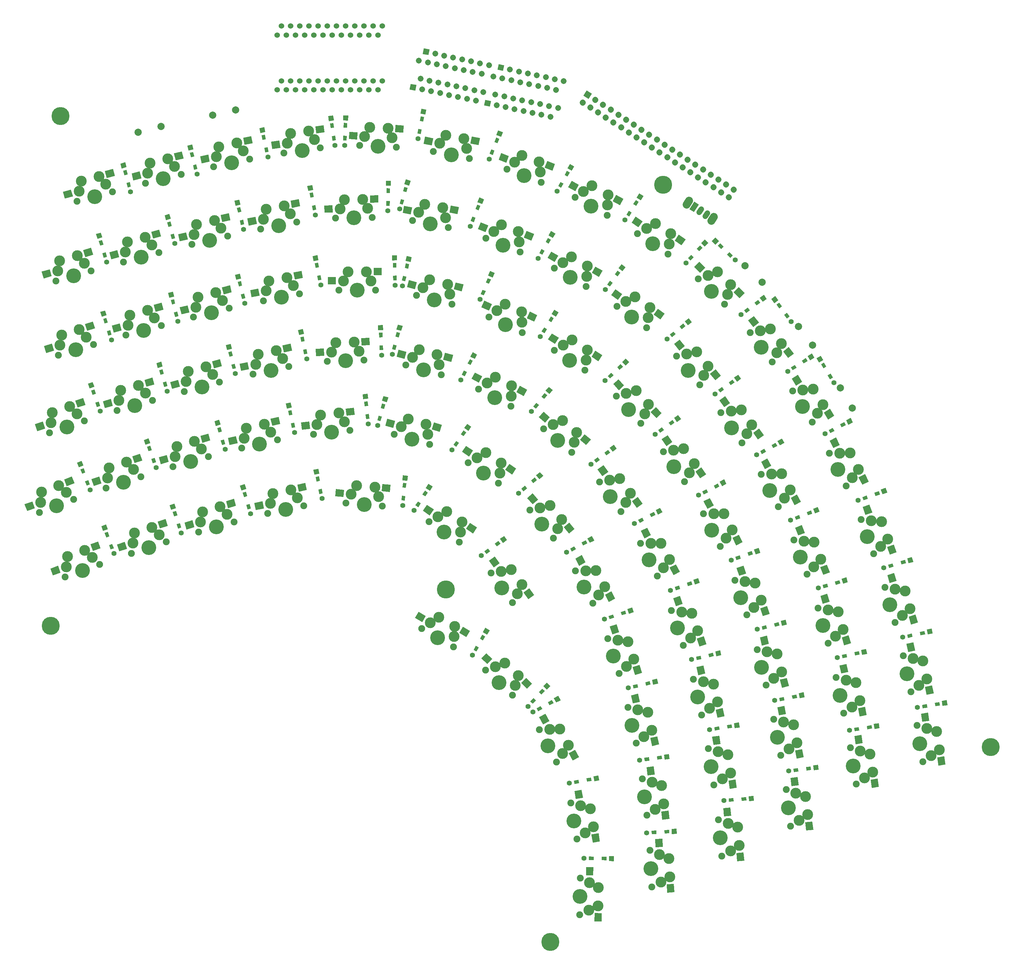
<source format=gbs>
G04 #@! TF.GenerationSoftware,KiCad,Pcbnew,(5.1.5)-3*
G04 #@! TF.CreationDate,2020-02-27T23:56:59+09:00*
G04 #@! TF.ProjectId,fan,66616e2e-6b69-4636-9164-5f7063625858,v1.2*
G04 #@! TF.SameCoordinates,Original*
G04 #@! TF.FileFunction,Soldermask,Bot*
G04 #@! TF.FilePolarity,Negative*
%FSLAX46Y46*%
G04 Gerber Fmt 4.6, Leading zero omitted, Abs format (unit mm)*
G04 Created by KiCad (PCBNEW (5.1.5)-3) date 2020-02-27 23:56:59*
%MOMM*%
%LPD*%
G04 APERTURE LIST*
%ADD10C,1.700000*%
%ADD11C,0.100000*%
%ADD12C,1.900000*%
%ADD13C,4.100000*%
%ADD14C,3.000000*%
%ADD15C,1.397000*%
%ADD16R,2.300000X2.000000*%
%ADD17C,2.000000*%
%ADD18C,5.000000*%
%ADD19C,2.200000*%
%ADD20C,1.500000*%
%ADD21C,1.600000*%
%ADD22C,1.524000*%
G04 APERTURE END LIST*
D10*
X272698858Y-118647503D02*
X272698858Y-118647503D01*
X274082242Y-116517280D02*
X274082242Y-116517280D01*
X270568635Y-117264120D02*
X270568635Y-117264120D01*
X271952018Y-115133897D02*
X271952018Y-115133897D01*
X268438412Y-115880737D02*
X268438412Y-115880737D01*
X269821795Y-113750514D02*
X269821795Y-113750514D01*
X266308189Y-114497354D02*
X266308189Y-114497354D01*
X267691572Y-112367130D02*
X267691572Y-112367130D01*
X264177965Y-113113970D02*
X264177965Y-113113970D01*
X265561349Y-110983747D02*
X265561349Y-110983747D01*
X262047742Y-111730587D02*
X262047742Y-111730587D01*
X263431125Y-109600364D02*
X263431125Y-109600364D01*
X259917519Y-110347204D02*
X259917519Y-110347204D01*
X261300902Y-108216981D02*
X261300902Y-108216981D01*
X257787296Y-108963821D02*
X257787296Y-108963821D01*
X259170679Y-106833598D02*
X259170679Y-106833598D01*
X255657073Y-107580438D02*
X255657073Y-107580438D01*
X257040456Y-105450215D02*
X257040456Y-105450215D01*
X253526849Y-106197055D02*
X253526849Y-106197055D01*
X254910232Y-104066831D02*
X254910232Y-104066831D01*
X251396626Y-104813672D02*
X251396626Y-104813672D01*
X252780009Y-102683448D02*
X252780009Y-102683448D01*
X249266403Y-103430288D02*
X249266403Y-103430288D01*
X250649786Y-101300065D02*
X250649786Y-101300065D01*
X247136180Y-102046905D02*
X247136180Y-102046905D01*
X248519563Y-99916682D02*
X248519563Y-99916682D01*
X245005956Y-100663522D02*
X245005956Y-100663522D01*
X246389339Y-98533299D02*
X246389339Y-98533299D01*
X242875733Y-99280139D02*
X242875733Y-99280139D01*
X244259116Y-97149916D02*
X244259116Y-97149916D01*
X240745510Y-97896756D02*
X240745510Y-97896756D01*
X242128893Y-95766533D02*
X242128893Y-95766533D01*
X238615287Y-96513373D02*
X238615287Y-96513373D01*
X239998670Y-94383149D02*
X239998670Y-94383149D01*
X236485063Y-95129990D02*
X236485063Y-95129990D01*
X237868446Y-92999766D02*
X237868446Y-92999766D01*
X234354840Y-93746606D02*
X234354840Y-93746606D01*
X235738223Y-91616383D02*
X235738223Y-91616383D01*
X232224617Y-92363223D02*
X232224617Y-92363223D01*
D11*
G36*
X233857927Y-91408813D02*
G01*
X232432187Y-90482927D01*
X233358073Y-89057187D01*
X234783813Y-89983073D01*
X233857927Y-91408813D01*
G37*
G36*
X218223603Y-253400804D02*
G01*
X216859606Y-254863512D01*
X215177493Y-253294916D01*
X216541490Y-251832208D01*
X218223603Y-253400804D01*
G37*
D12*
X205324723Y-249740448D03*
X212755277Y-256669552D03*
D13*
X209040000Y-253205000D03*
D14*
X214362190Y-251221999D03*
X213558734Y-253945775D03*
X210646913Y-247757447D03*
X207985818Y-248748948D03*
D11*
G36*
X207203135Y-246597063D02*
G01*
X205839138Y-248059771D01*
X204157025Y-246491175D01*
X205521022Y-245028467D01*
X207203135Y-246597063D01*
G37*
G36*
X154741280Y-160921174D02*
G01*
X155670521Y-160723658D01*
X155940806Y-161995250D01*
X155011565Y-162192766D01*
X154741280Y-160921174D01*
G37*
D15*
X155764144Y-163448742D03*
D11*
G36*
X153351394Y-155457248D02*
G01*
X154717866Y-155166796D01*
X155008318Y-156533268D01*
X153641846Y-156823720D01*
X153351394Y-155457248D01*
G37*
G36*
X154003194Y-157448750D02*
G01*
X154932435Y-157251234D01*
X155202720Y-158522826D01*
X154273479Y-158720342D01*
X154003194Y-157448750D01*
G37*
G36*
X218782802Y-128825690D02*
G01*
X218033589Y-130680057D01*
X215901066Y-129818462D01*
X216650279Y-127964095D01*
X218782802Y-128825690D01*
G37*
D12*
X205428906Y-130030999D03*
X214849094Y-133837001D03*
D13*
X210139000Y-131934000D03*
D14*
X214397048Y-128175407D03*
X214623072Y-131006203D03*
X209686955Y-126272405D03*
X207557930Y-128151702D03*
D11*
G36*
X206056066Y-126423234D02*
G01*
X205306853Y-128277601D01*
X203174330Y-127416006D01*
X203923543Y-125561639D01*
X206056066Y-126423234D01*
G37*
G36*
X234490265Y-185791903D02*
G01*
X233204689Y-187323992D01*
X231442787Y-185845581D01*
X232728363Y-184313492D01*
X234490265Y-185791903D01*
G37*
D12*
X221417494Y-182811639D03*
X229200506Y-189342361D03*
D13*
X225309000Y-186077000D03*
D14*
X230520114Y-183818175D03*
X229860310Y-186580267D03*
X226628608Y-180552814D03*
X224023051Y-181682226D03*
D11*
G36*
X223128820Y-179574253D02*
G01*
X221843244Y-181106342D01*
X220081342Y-179627931D01*
X221366918Y-178095842D01*
X223128820Y-179574253D01*
G37*
G36*
X329482458Y-256173891D02*
G01*
X327526163Y-256589714D01*
X327047966Y-254339975D01*
X329004261Y-253924152D01*
X329482458Y-256173891D01*
G37*
D12*
X321015809Y-245777010D03*
X323128191Y-255714990D03*
D13*
X322072000Y-250746000D03*
D14*
X327569086Y-252174304D03*
X325348639Y-253944646D03*
X326512894Y-247205314D03*
X323764351Y-246491162D03*
D11*
G36*
X324357485Y-244279513D02*
G01*
X322401190Y-244695336D01*
X321922993Y-242445597D01*
X323879288Y-242029774D01*
X324357485Y-244279513D01*
G37*
G36*
X175591148Y-118093383D02*
G01*
X175626053Y-120093078D01*
X173326404Y-120133219D01*
X173291499Y-118133524D01*
X175591148Y-118093383D01*
G37*
D12*
X163769774Y-124420658D03*
X173928226Y-124243342D03*
D13*
X168849000Y-124332000D03*
D14*
X171299955Y-119208445D03*
X172614091Y-121725892D03*
X166220729Y-119297103D03*
X164995251Y-121858881D03*
D11*
G36*
X162937411Y-120854642D02*
G01*
X162972316Y-122854337D01*
X160672667Y-122894478D01*
X160637762Y-120894783D01*
X162937411Y-120854642D01*
G37*
D16*
X175418000Y-139256000D03*
D12*
X164638000Y-144376000D03*
X174798000Y-144376000D03*
D13*
X169718000Y-144376000D03*
D14*
X172258000Y-139296000D03*
X173528000Y-141835999D03*
X167178000Y-139296000D03*
X165908000Y-141836000D03*
D16*
X162718000Y-141796000D03*
D11*
G36*
X219649632Y-151319331D02*
G01*
X218804396Y-153131947D01*
X216719888Y-152159925D01*
X217565124Y-150347309D01*
X219649632Y-151319331D01*
G37*
D12*
X206250956Y-151824099D03*
X215459044Y-156117901D03*
D13*
X210855000Y-153971000D03*
D14*
X215303923Y-150440407D03*
X215381483Y-153279153D03*
X210699879Y-148293506D03*
X208475418Y-150058803D03*
D11*
G36*
X207066073Y-148254101D02*
G01*
X206220837Y-150066717D01*
X204136329Y-149094695D01*
X204981565Y-147282079D01*
X207066073Y-148254101D01*
G37*
G36*
X102068620Y-110760623D02*
G01*
X102586258Y-112692475D01*
X100364628Y-113287759D01*
X99846990Y-111355907D01*
X102068620Y-110760623D01*
G37*
D12*
X92129097Y-119759801D03*
X101942903Y-117130199D03*
D13*
X97036000Y-118445000D03*
D14*
X98174651Y-112880696D03*
X100058777Y-115005447D03*
X93267748Y-114195497D03*
X92698422Y-116977649D03*
D11*
G36*
X90458762Y-116501077D02*
G01*
X90976400Y-118432929D01*
X88754770Y-119028213D01*
X88237132Y-117096361D01*
X90458762Y-116501077D01*
G37*
G36*
X182642908Y-98742889D02*
G01*
X182538236Y-100740148D01*
X180241388Y-100619775D01*
X180346060Y-98622516D01*
X182642908Y-98742889D01*
G37*
D12*
X170408962Y-104230133D03*
X180555038Y-104761867D03*
D13*
X175482000Y-104496000D03*
D14*
X178284386Y-99555895D03*
X179419712Y-102158880D03*
X173211348Y-99290029D03*
X171810155Y-101760081D03*
D11*
G36*
X169827380Y-100614741D02*
G01*
X169722708Y-102612000D01*
X167425860Y-102491627D01*
X167530532Y-100494368D01*
X169827380Y-100614741D01*
G37*
G36*
X203753897Y-102205483D02*
G01*
X203372279Y-104168738D01*
X201114537Y-103729877D01*
X201496155Y-101766622D01*
X203753897Y-102205483D01*
G37*
D12*
X190875334Y-105936690D03*
X200848666Y-107875310D03*
D13*
X195862000Y-106906000D03*
D14*
X199324643Y-102403989D03*
X200086655Y-105139648D03*
X194337977Y-101434679D03*
X192606655Y-103685685D03*
D11*
G36*
X190802577Y-102275542D02*
G01*
X190420959Y-104238797D01*
X188163217Y-103799936D01*
X188544835Y-101836681D01*
X190802577Y-102275542D01*
G37*
G36*
X237462518Y-319393765D02*
G01*
X235462823Y-319358860D01*
X235502964Y-317059211D01*
X237502659Y-317094116D01*
X237462518Y-319393765D01*
G37*
D12*
X231551658Y-307358774D03*
X231374342Y-317517226D03*
D13*
X231463000Y-312438000D03*
D14*
X236497897Y-315066271D03*
X233936120Y-316291749D03*
X236586555Y-309987045D03*
X234069107Y-308672909D03*
D11*
G36*
X235144551Y-306651370D02*
G01*
X233144856Y-306616465D01*
X233184997Y-304316816D01*
X235184692Y-304351721D01*
X235144551Y-306651370D01*
G37*
G36*
X254946012Y-150924145D02*
G01*
X253770441Y-152542179D01*
X251909702Y-151190273D01*
X253085273Y-149572239D01*
X254946012Y-150924145D01*
G37*
D12*
X241697194Y-148863051D03*
X249916806Y-154834949D03*
D13*
X245807000Y-151849000D03*
D14*
X250847852Y-149232168D03*
X250382330Y-152033558D03*
X246738046Y-146246219D03*
X244217620Y-147554635D03*
D11*
G36*
X243178522Y-145514175D02*
G01*
X242002951Y-147132209D01*
X240142212Y-145780303D01*
X241317783Y-144162269D01*
X243178522Y-145514175D01*
G37*
G36*
X90678815Y-196028667D02*
G01*
X91395550Y-197895828D01*
X89248315Y-198720075D01*
X88531580Y-196852914D01*
X90678815Y-196028667D01*
G37*
D12*
X81734411Y-206017509D03*
X91219589Y-202376491D03*
D13*
X86477000Y-204197000D03*
D14*
X87027785Y-198544157D03*
X89123686Y-200460323D03*
X82285197Y-200364666D03*
X82009804Y-203191088D03*
D11*
G36*
X79732598Y-202951234D02*
G01*
X80449333Y-204818395D01*
X78302098Y-205642642D01*
X77585363Y-203775481D01*
X79732598Y-202951234D01*
G37*
G36*
X199208088Y-142789955D02*
G01*
X198724244Y-144730547D01*
X196492564Y-144174127D01*
X196976408Y-142233535D01*
X199208088Y-142789955D01*
G37*
D12*
X186151898Y-145842037D03*
X196010102Y-148299963D03*
D13*
X191081000Y-147071000D03*
D14*
X194774514Y-142756379D03*
X195392309Y-145528170D03*
X189845412Y-141527416D03*
X187998655Y-143684726D03*
D11*
G36*
X186270850Y-142182098D02*
G01*
X185787006Y-144122690D01*
X183555326Y-143566270D01*
X184039170Y-141625678D01*
X186270850Y-142182098D01*
G37*
G36*
X197921897Y-121351483D02*
G01*
X197540279Y-123314738D01*
X195282537Y-122875877D01*
X195664155Y-120912622D01*
X197921897Y-121351483D01*
G37*
D12*
X185043334Y-125082690D03*
X195016666Y-127021310D03*
D13*
X190030000Y-126052000D03*
D14*
X193492643Y-121549989D03*
X194254655Y-124285648D03*
X188505977Y-120580679D03*
X186774655Y-122831685D03*
D11*
G36*
X184970577Y-121421542D02*
G01*
X184588959Y-123384797D01*
X182331217Y-122945936D01*
X182712835Y-120982681D01*
X184970577Y-121421542D01*
G37*
G36*
X277007729Y-302524540D02*
G01*
X275015339Y-302698852D01*
X274814881Y-300407604D01*
X276807271Y-300233292D01*
X277007729Y-302524540D01*
G37*
D12*
X269871249Y-291173331D03*
X270756751Y-301294669D03*
D13*
X270314000Y-296234000D03*
D14*
X275596045Y-298321583D03*
X273176399Y-299808126D03*
X275153293Y-293260914D03*
X272512271Y-292217123D03*
D11*
G36*
X273370516Y-290094243D02*
G01*
X271378126Y-290268555D01*
X271177668Y-287977307D01*
X273170058Y-287802995D01*
X273370516Y-290094243D01*
G37*
G36*
X311473795Y-197437973D02*
G01*
X309691782Y-198345954D01*
X308647603Y-196296639D01*
X310429616Y-195388658D01*
X311473795Y-197437973D01*
G37*
D12*
X300604728Y-189586687D03*
X305217272Y-198639313D03*
D13*
X302911000Y-194113000D03*
D14*
X308590449Y-194069885D03*
X306903861Y-196354599D03*
X306284177Y-189543572D03*
X303444453Y-189565129D03*
D11*
G36*
X303444959Y-187275326D02*
G01*
X301662946Y-188183307D01*
X300618767Y-186133992D01*
X302400780Y-185226011D01*
X303444959Y-187275326D01*
G37*
G36*
X271559060Y-262485735D02*
G01*
X269610320Y-262935637D01*
X269092932Y-260694585D01*
X271041672Y-260244683D01*
X271559060Y-262485735D01*
G37*
D12*
X262912249Y-252238200D03*
X265197751Y-262137800D03*
D13*
X264055000Y-257188000D03*
D14*
X269576176Y-258520149D03*
X267386964Y-260328974D03*
X268433424Y-253570349D03*
X265672836Y-252904274D03*
D11*
G36*
X266227281Y-250682611D02*
G01*
X264278541Y-251132513D01*
X263761153Y-248891461D01*
X265709893Y-248441559D01*
X266227281Y-250682611D01*
G37*
G36*
X237678084Y-162425113D02*
G01*
X236588806Y-164102454D01*
X234659864Y-162849785D01*
X235749142Y-161172444D01*
X237678084Y-162425113D01*
G37*
D12*
X224339554Y-161060234D03*
X232860446Y-166593766D03*
D13*
X228600000Y-163827000D03*
D14*
X233496990Y-160949937D03*
X233178719Y-163771851D03*
X229236543Y-158183170D03*
X226788048Y-159621702D03*
D11*
G36*
X225643585Y-157638421D02*
G01*
X224554307Y-159315762D01*
X222625365Y-158063093D01*
X223714643Y-156385752D01*
X225643585Y-157638421D01*
G37*
G36*
X160409597Y-98660224D02*
G01*
X160687943Y-100640760D01*
X158410327Y-100960858D01*
X158131981Y-98980322D01*
X160409597Y-98660224D01*
G37*
D12*
X149447438Y-106380999D03*
X159508562Y-104967001D03*
D13*
X154478000Y-105674000D03*
D14*
X156286282Y-100289939D03*
X157897422Y-102628469D03*
X151255720Y-100996938D03*
X150351579Y-103688969D03*
D11*
G36*
X148186692Y-102943003D02*
G01*
X148465038Y-104923539D01*
X146187422Y-105243637D01*
X145909076Y-103263101D01*
X148186692Y-102943003D01*
G37*
G36*
X121188964Y-105920625D02*
G01*
X121672808Y-107861217D01*
X119441128Y-108417637D01*
X118957284Y-106477045D01*
X121188964Y-105920625D01*
G37*
D12*
X111093898Y-114744963D03*
X120952102Y-112287037D03*
D13*
X116023000Y-113516000D03*
D14*
X117258588Y-107972416D03*
X119105345Y-110129725D03*
X112329486Y-109201379D03*
X111711692Y-111973171D03*
D11*
G36*
X109480689Y-111457584D02*
G01*
X109964533Y-113398176D01*
X107732853Y-113954596D01*
X107249009Y-112014004D01*
X109480689Y-111457584D01*
G37*
G36*
X314317229Y-282084286D02*
G01*
X312341852Y-282397155D01*
X311982053Y-280125472D01*
X313957430Y-279812603D01*
X314317229Y-282084286D01*
G37*
D12*
X306406313Y-271258543D03*
X307995687Y-281293457D03*
D13*
X307201000Y-276276000D03*
D14*
X312615800Y-277990041D03*
X310305745Y-279641749D03*
X311821113Y-272972585D03*
X309113713Y-272115564D03*
D11*
G36*
X309821783Y-269937988D02*
G01*
X307846406Y-270250857D01*
X307486607Y-267979174D01*
X309461984Y-267666305D01*
X309821783Y-269937988D01*
G37*
G36*
X257618114Y-311299316D02*
G01*
X255620855Y-311403988D01*
X255500482Y-309107140D01*
X257497741Y-309002468D01*
X257618114Y-311299316D01*
G37*
D12*
X250882133Y-299705962D03*
X251413867Y-309852038D03*
D13*
X251148000Y-304779000D03*
D14*
X256353971Y-307049652D03*
X253883920Y-308450845D03*
X256088105Y-301976614D03*
X253485119Y-300841288D03*
D11*
G36*
X254416929Y-298749654D02*
G01*
X252419670Y-298854326D01*
X252299297Y-296557478D01*
X254296556Y-296452806D01*
X254416929Y-298749654D01*
G37*
G36*
X96045742Y-132652962D02*
G01*
X96597016Y-134575486D01*
X94386114Y-135209452D01*
X93834840Y-133286928D01*
X96045742Y-132652962D01*
G37*
D12*
X86264791Y-141824238D03*
X96031209Y-139023762D03*
D13*
X91148000Y-140424000D03*
D14*
X92189367Y-134840672D03*
X94110288Y-136932216D03*
X87306158Y-136240909D03*
X86785474Y-139032574D03*
D11*
G36*
X84537838Y-138595161D02*
G01*
X85089112Y-140517685D01*
X82878210Y-141151651D01*
X82326936Y-139229127D01*
X84537838Y-138595161D01*
G37*
G36*
X96548373Y-153073669D02*
G01*
X97133116Y-154986278D01*
X94933615Y-155658733D01*
X94348872Y-153746124D01*
X96548373Y-153073669D01*
G37*
D12*
X86928972Y-162414248D03*
X96645028Y-159443752D03*
D13*
X91787000Y-160929000D03*
D14*
X92730766Y-155328348D03*
X94687897Y-157386049D03*
X87872738Y-156813596D03*
X87400855Y-159613922D03*
D11*
G36*
X85145927Y-159215804D02*
G01*
X85730670Y-161128413D01*
X83531169Y-161800868D01*
X82946426Y-159888259D01*
X85145927Y-159215804D01*
G37*
G36*
X229976287Y-210583544D02*
G01*
X228444198Y-211869120D01*
X226965787Y-210107218D01*
X228497876Y-208821642D01*
X229976287Y-210583544D01*
G37*
D12*
X217619639Y-205378494D03*
X224150361Y-213161506D03*
D13*
X220885000Y-209270000D03*
D14*
X226409186Y-207950392D03*
X225279774Y-210555948D03*
X223143825Y-204058886D03*
X220381732Y-204718690D03*
D11*
G36*
X219867131Y-202487460D02*
G01*
X218335042Y-203773036D01*
X216856631Y-202011134D01*
X218388720Y-200725558D01*
X219867131Y-202487460D01*
G37*
G36*
X259140795Y-222437973D02*
G01*
X257358782Y-223345954D01*
X256314603Y-221296639D01*
X258096616Y-220388658D01*
X259140795Y-222437973D01*
G37*
D12*
X248271728Y-214586687D03*
X252884272Y-223639313D03*
D13*
X250578000Y-219113000D03*
D14*
X256257449Y-219069885D03*
X254570861Y-221354599D03*
X253951177Y-214543572D03*
X251111453Y-214565129D03*
D11*
G36*
X251111959Y-212275326D02*
G01*
X249329946Y-213183307D01*
X248285767Y-211133992D01*
X250067780Y-210226011D01*
X251111959Y-212275326D01*
G37*
G36*
X277080787Y-145121050D02*
G01*
X275691470Y-146559730D01*
X274036989Y-144962016D01*
X275426306Y-143523336D01*
X277080787Y-145121050D01*
G37*
D12*
X264247754Y-141236135D03*
X271556246Y-148293865D03*
D13*
X267902000Y-144765000D03*
D14*
X273257988Y-142875186D03*
X272407118Y-145584525D03*
X269603741Y-139346322D03*
X266925748Y-140291229D03*
D11*
G36*
X266180739Y-138126012D02*
G01*
X264791422Y-139564692D01*
X263136941Y-137966978D01*
X264526258Y-136528298D01*
X266180739Y-138126012D01*
G37*
G36*
X237742274Y-138986925D02*
G01*
X236742274Y-140718975D01*
X234750416Y-139568975D01*
X235750416Y-137836925D01*
X237742274Y-138986925D01*
G37*
D12*
X224350591Y-138322000D03*
X233149409Y-143402000D03*
D13*
X228750000Y-140862000D03*
D14*
X233489705Y-137732591D03*
X233319557Y-140567295D03*
X229090295Y-135192591D03*
X226720443Y-136757295D03*
D11*
G36*
X225473751Y-134836629D02*
G01*
X224473751Y-136568679D01*
X222481893Y-135418679D01*
X223481893Y-133686629D01*
X225473751Y-134836629D01*
G37*
G36*
X276553795Y-214223973D02*
G01*
X274771782Y-215131954D01*
X273727603Y-213082639D01*
X275509616Y-212174658D01*
X276553795Y-214223973D01*
G37*
D12*
X265684728Y-206372687D03*
X270297272Y-215425313D03*
D13*
X267991000Y-210899000D03*
D14*
X273670449Y-210855885D03*
X271983861Y-213140599D03*
X271364177Y-206329572D03*
X268524453Y-206351129D03*
D11*
G36*
X268524959Y-204061326D02*
G01*
X266742946Y-204969307D01*
X265698767Y-202919992D01*
X267480780Y-202012011D01*
X268524959Y-204061326D01*
G37*
G36*
X290721082Y-162003545D02*
G01*
X289123811Y-163207175D01*
X287739636Y-161370313D01*
X289336907Y-160166683D01*
X290721082Y-162003545D01*
G37*
D12*
X278653780Y-156158932D03*
X284768220Y-164273068D03*
D13*
X281711000Y-160216000D03*
D14*
X287296679Y-159187314D03*
X286032450Y-161730191D03*
X284239458Y-155130245D03*
X281446619Y-155644589D03*
D11*
G36*
X281049497Y-153389485D02*
G01*
X279452226Y-154593115D01*
X278068051Y-152756253D01*
X279665322Y-151552623D01*
X281049497Y-153389485D01*
G37*
G36*
X266429209Y-195421903D02*
G01*
X264790905Y-196569056D01*
X263471679Y-194685007D01*
X265109983Y-193537854D01*
X266429209Y-195421903D01*
G37*
D12*
X254573232Y-189159708D03*
X260400768Y-197482292D03*
D13*
X257487000Y-193321000D03*
D14*
X263105177Y-192487878D03*
X261752973Y-194985085D03*
X260191408Y-188326586D03*
X257382320Y-188743147D03*
D11*
G36*
X257064142Y-186475556D02*
G01*
X255425838Y-187622709D01*
X254106612Y-185738660D01*
X255744916Y-184591507D01*
X257064142Y-186475556D01*
G37*
G36*
X236999513Y-297199207D02*
G01*
X235029898Y-297546503D01*
X234630507Y-295281445D01*
X236600122Y-294934149D01*
X236999513Y-297199207D01*
G37*
D12*
X228900867Y-286513177D03*
X230665133Y-296518823D03*
D13*
X229783000Y-291516000D03*
D14*
X235226890Y-293135279D03*
X232946012Y-294827051D03*
X234344757Y-288132456D03*
X231622812Y-287322816D03*
D11*
G36*
X232292770Y-285133214D02*
G01*
X230323155Y-285480510D01*
X229923764Y-283215452D01*
X231893379Y-282868156D01*
X232292770Y-285133214D01*
G37*
G36*
X296124188Y-293954101D02*
G01*
X294139096Y-294197839D01*
X293858796Y-291914983D01*
X295843888Y-291671245D01*
X296124188Y-293954101D01*
G37*
D12*
X288595904Y-282858866D03*
X289834096Y-292943134D03*
D13*
X289215000Y-287901000D03*
D14*
X294566683Y-289802971D03*
X292200390Y-291373053D03*
X293947586Y-284760837D03*
X291271745Y-283809851D03*
D11*
G36*
X292055380Y-281658313D02*
G01*
X290070288Y-281902051D01*
X289789988Y-279619195D01*
X291775080Y-279375457D01*
X292055380Y-281658313D01*
G37*
G36*
X292701520Y-203075025D02*
G01*
X290935625Y-204013968D01*
X289855840Y-201983189D01*
X291621735Y-201044246D01*
X292701520Y-203075025D01*
G37*
D12*
X281697084Y-195414626D03*
X286466916Y-204385374D03*
D13*
X284082000Y-199900000D03*
D14*
X289759832Y-199757771D03*
X288113374Y-202071572D03*
X287374916Y-195272398D03*
X284536000Y-195343512D03*
D11*
G36*
X284496544Y-193054048D02*
G01*
X282730649Y-193992991D01*
X281650864Y-191962212D01*
X283416759Y-191023269D01*
X284496544Y-193054048D01*
G37*
G36*
X282405209Y-184635903D02*
G01*
X280766905Y-185783056D01*
X279447679Y-183899007D01*
X281085983Y-182751854D01*
X282405209Y-184635903D01*
G37*
D12*
X270549232Y-178373708D03*
X276376768Y-186696292D03*
D13*
X273463000Y-182535000D03*
D14*
X279081177Y-181701878D03*
X277728973Y-184199085D03*
X276167408Y-177540586D03*
X273358320Y-177957147D03*
D11*
G36*
X273040142Y-175689556D02*
G01*
X271401838Y-176836709D01*
X270082612Y-174952660D01*
X271720916Y-173805507D01*
X273040142Y-175689556D01*
G37*
G36*
X289366375Y-254125964D02*
G01*
X287425783Y-254609808D01*
X286869363Y-252378128D01*
X288809955Y-251894284D01*
X289366375Y-254125964D01*
G37*
D12*
X280542037Y-244030898D03*
X282999963Y-253889102D03*
D13*
X281771000Y-248960000D03*
D14*
X287314584Y-250195588D03*
X285157275Y-252042345D03*
X286085621Y-245266486D03*
X283313829Y-244648692D03*
D11*
G36*
X283829416Y-242417689D02*
G01*
X281888824Y-242901533D01*
X281332404Y-240669853D01*
X283272996Y-240186009D01*
X283829416Y-242417689D01*
G37*
G36*
X241234520Y-229888025D02*
G01*
X239468625Y-230826968D01*
X238388840Y-228796189D01*
X240154735Y-227857246D01*
X241234520Y-229888025D01*
G37*
D12*
X230230084Y-222227626D03*
X234999916Y-231198374D03*
D13*
X232615000Y-226713000D03*
D14*
X238292832Y-226570771D03*
X236646374Y-228884572D03*
X235907916Y-222085398D03*
X233069000Y-222156512D03*
D11*
G36*
X233029544Y-219867048D02*
G01*
X231263649Y-220805991D01*
X230183864Y-218775212D01*
X231949759Y-217836269D01*
X233029544Y-219867048D01*
G37*
G36*
X196309565Y-162351444D02*
G01*
X195791927Y-164283296D01*
X193570297Y-163688012D01*
X194087935Y-161756160D01*
X196309565Y-162351444D01*
G37*
D12*
X183202097Y-165175199D03*
X193015903Y-167804801D03*
D13*
X188109000Y-166490000D03*
D14*
X191877252Y-162240497D03*
X192446578Y-165022648D03*
X186970349Y-160925696D03*
X185086223Y-163050448D03*
D11*
G36*
X183384906Y-161517894D02*
G01*
X182867268Y-163449746D01*
X180645638Y-162854462D01*
X181163276Y-160922610D01*
X183384906Y-161517894D01*
G37*
G36*
X306570038Y-242290742D02*
G01*
X304647514Y-242842016D01*
X304013548Y-240631114D01*
X305936072Y-240079840D01*
X306570038Y-242290742D01*
G37*
D12*
X297398762Y-232509791D03*
X300199238Y-242276209D03*
D13*
X298799000Y-237393000D03*
D14*
X304382328Y-238434367D03*
X302290784Y-240355288D03*
X302982091Y-233551158D03*
X300190426Y-233030474D03*
D11*
G36*
X300627839Y-230782838D02*
G01*
X298705315Y-231334112D01*
X298071349Y-229123210D01*
X299993873Y-228571936D01*
X300627839Y-230782838D01*
G37*
G36*
X155383891Y-197810542D02*
G01*
X155799714Y-199766837D01*
X153549975Y-200245034D01*
X153134152Y-198288739D01*
X155383891Y-197810542D01*
G37*
D12*
X144987010Y-206277191D03*
X154924990Y-204164809D03*
D13*
X149956000Y-205221000D03*
D14*
X151384304Y-199723914D03*
X153154646Y-201944361D03*
X146415314Y-200780106D03*
X145701162Y-203528649D03*
D11*
G36*
X143489513Y-202935515D02*
G01*
X143905336Y-204891810D01*
X141655597Y-205370007D01*
X141239774Y-203413712D01*
X143489513Y-202935515D01*
G37*
G36*
X319192757Y-217066731D02*
G01*
X317313372Y-217750772D01*
X316526725Y-215589479D01*
X318406110Y-214905438D01*
X319192757Y-217066731D01*
G37*
D12*
X309361538Y-207949361D03*
X312836462Y-217496639D03*
D13*
X311099000Y-212723000D03*
D14*
X316741370Y-213372357D03*
X314788917Y-215434497D03*
X315003907Y-208598718D03*
X312182723Y-208274040D03*
D11*
G36*
X312462282Y-206001366D02*
G01*
X310582897Y-206685407D01*
X309796250Y-204524114D01*
X311675635Y-203840073D01*
X312462282Y-206001366D01*
G37*
G36*
X201022274Y-238841925D02*
G01*
X200022274Y-240573975D01*
X198030416Y-239423975D01*
X199030416Y-237691925D01*
X201022274Y-238841925D01*
G37*
D12*
X187630591Y-238177000D03*
X196429409Y-243257000D03*
D13*
X192030000Y-240717000D03*
D14*
X196769705Y-237587591D03*
X196599557Y-240422295D03*
X192370295Y-235047591D03*
X190000443Y-236612295D03*
D11*
G36*
X188753751Y-234691629D02*
G01*
X187753751Y-236423679D01*
X185761893Y-235273679D01*
X186761893Y-233541629D01*
X188753751Y-234691629D01*
G37*
G36*
X248659232Y-250470553D02*
G01*
X246757119Y-251088587D01*
X246046380Y-248901157D01*
X247948493Y-248283123D01*
X248659232Y-250470553D01*
G37*
D12*
X239152194Y-241015633D03*
X242291806Y-250678367D03*
D13*
X240722000Y-245847000D03*
D14*
X246338270Y-246692877D03*
X244315039Y-248685622D03*
X244768464Y-241861510D03*
X241960329Y-241438572D03*
D11*
G36*
X242319033Y-239177039D02*
G01*
X240416920Y-239795073D01*
X239706181Y-237607643D01*
X241608294Y-236989609D01*
X242319033Y-239177039D01*
G37*
G36*
X253385060Y-270320735D02*
G01*
X251436320Y-270770637D01*
X250918932Y-268529585D01*
X252867672Y-268079683D01*
X253385060Y-270320735D01*
G37*
D12*
X244738249Y-260073200D03*
X247023751Y-269972800D03*
D13*
X245881000Y-265023000D03*
D14*
X251402176Y-266355149D03*
X249212964Y-268163974D03*
X250259424Y-261405349D03*
X247498836Y-260739274D03*
D11*
G36*
X248053281Y-258517611D02*
G01*
X246104541Y-258967513D01*
X245587153Y-256726461D01*
X247535893Y-256276559D01*
X248053281Y-258517611D01*
G37*
G36*
X284030716Y-234104325D02*
G01*
X282139679Y-234755462D01*
X281390872Y-232580769D01*
X283281909Y-231929632D01*
X284030716Y-234104325D01*
G37*
D12*
X274360114Y-224816766D03*
X277667886Y-234423234D03*
D13*
X276014000Y-229620000D03*
D14*
X281644177Y-230367731D03*
X279656033Y-232395482D03*
X279990291Y-225564497D03*
X277175203Y-225190631D03*
D11*
G36*
X277494383Y-222923182D02*
G01*
X275603346Y-223574319D01*
X274854539Y-221399626D01*
X276745576Y-220748489D01*
X277494383Y-222923182D01*
G37*
G36*
X270500978Y-168128009D02*
G01*
X268946686Y-169386650D01*
X267499250Y-167599215D01*
X269053542Y-166340574D01*
X270500978Y-168128009D01*
G37*
D12*
X258237052Y-162708099D03*
X264630948Y-170603901D03*
D13*
X261434000Y-166656000D03*
D14*
X266980375Y-165433003D03*
X265805662Y-168018452D03*
X263783428Y-161485102D03*
X261010240Y-162096600D03*
D11*
G36*
X260534658Y-159856729D02*
G01*
X258980366Y-161115370D01*
X257532930Y-159327935D01*
X259087222Y-158069294D01*
X260534658Y-159856729D01*
G37*
G36*
X274919229Y-282309286D02*
G01*
X272943852Y-282622155D01*
X272584053Y-280350472D01*
X274559430Y-280037603D01*
X274919229Y-282309286D01*
G37*
D12*
X267008313Y-271483543D03*
X268597687Y-281518457D03*
D13*
X267803000Y-276501000D03*
D14*
X273217800Y-278215041D03*
X270907745Y-279866749D03*
X272423113Y-273197585D03*
X269715713Y-272340564D03*
D11*
G36*
X270423783Y-270162988D02*
G01*
X268448406Y-270475857D01*
X268088607Y-268204174D01*
X270063984Y-267891305D01*
X270423783Y-270162988D01*
G37*
G36*
X293449600Y-273866395D02*
G01*
X291486345Y-274248013D01*
X291047484Y-271990271D01*
X293010739Y-271608653D01*
X293449600Y-273866395D01*
G37*
D12*
X285165690Y-263323334D03*
X287104310Y-273296666D03*
D13*
X286135000Y-268310000D03*
D14*
X291606321Y-269834023D03*
X289355316Y-271565345D03*
X290637011Y-264847357D03*
X287901351Y-264085346D03*
D11*
G36*
X288532993Y-261884385D02*
G01*
X286569738Y-262266003D01*
X286130877Y-260008261D01*
X288094132Y-259626643D01*
X288532993Y-261884385D01*
G37*
G36*
X260741168Y-130294761D02*
G01*
X259622782Y-131952836D01*
X257715996Y-130666693D01*
X258834382Y-129008618D01*
X260741168Y-130294761D01*
G37*
D12*
X247428489Y-128697300D03*
X255851511Y-134378700D03*
D13*
X251640000Y-131538000D03*
D14*
X256586455Y-128746839D03*
X256218984Y-131562769D03*
X252374945Y-125906139D03*
X249901717Y-127301720D03*
D11*
G36*
X248792041Y-125298767D02*
G01*
X247673655Y-126956842D01*
X245766869Y-125670699D01*
X246885255Y-124012624D01*
X248792041Y-125298767D01*
G37*
G36*
X266487716Y-242528325D02*
G01*
X264596679Y-243179462D01*
X263847872Y-241004769D01*
X265738909Y-240353632D01*
X266487716Y-242528325D01*
G37*
D12*
X256817114Y-233240766D03*
X260124886Y-242847234D03*
D13*
X258471000Y-238044000D03*
D14*
X264101177Y-238791731D03*
X262113033Y-240819482D03*
X262447291Y-233988497D03*
X259632203Y-233614631D03*
D11*
G36*
X259951383Y-231347182D02*
G01*
X258060346Y-231998319D01*
X257311539Y-229823626D01*
X259202576Y-229172489D01*
X259951383Y-231347182D01*
G37*
G36*
X231219520Y-273859025D02*
G01*
X229453625Y-274797968D01*
X228373840Y-272767189D01*
X230139735Y-271828246D01*
X231219520Y-273859025D01*
G37*
D12*
X220215084Y-266198626D03*
X224984916Y-275169374D03*
D13*
X222600000Y-270684000D03*
D14*
X228277832Y-270541771D03*
X226631374Y-272855572D03*
X225892916Y-266056398D03*
X223054000Y-266127512D03*
D11*
G36*
X223014544Y-263838048D02*
G01*
X221248649Y-264776991D01*
X220168864Y-262746212D01*
X221934759Y-261807269D01*
X223014544Y-263838048D01*
G37*
G36*
X300701333Y-222613815D02*
G01*
X298834172Y-223330550D01*
X298009925Y-221183315D01*
X299877086Y-220466580D01*
X300701333Y-222613815D01*
G37*
D12*
X290712491Y-213669411D03*
X294353509Y-223154589D03*
D13*
X292533000Y-218412000D03*
D14*
X298185843Y-218962785D03*
X296269677Y-221058686D03*
X296365334Y-214220197D03*
X293538912Y-213944804D03*
D11*
G36*
X293778766Y-211667598D02*
G01*
X291911605Y-212384333D01*
X291087358Y-210237098D01*
X292954519Y-209520363D01*
X293778766Y-211667598D01*
G37*
G36*
X310933458Y-262149891D02*
G01*
X308977163Y-262565714D01*
X308498966Y-260315975D01*
X310455261Y-259900152D01*
X310933458Y-262149891D01*
G37*
D12*
X302466809Y-251753010D03*
X304579191Y-261690990D03*
D13*
X303523000Y-256722000D03*
D14*
X309020086Y-258150304D03*
X306799639Y-259920646D03*
X307963894Y-253181314D03*
X305215351Y-252467162D03*
D11*
G36*
X305808485Y-250255513D02*
G01*
X303852190Y-250671336D01*
X303373993Y-248421597D01*
X305330288Y-248005774D01*
X305808485Y-250255513D01*
G37*
G36*
X332761229Y-275886286D02*
G01*
X330785852Y-276199155D01*
X330426053Y-273927472D01*
X332401430Y-273614603D01*
X332761229Y-275886286D01*
G37*
D12*
X324850313Y-265060543D03*
X326439687Y-275095457D03*
D13*
X325645000Y-270078000D03*
D14*
X331059800Y-271792041D03*
X328749745Y-273443749D03*
X330265113Y-266774585D03*
X327557713Y-265917564D03*
D11*
G36*
X328265783Y-263739988D02*
G01*
X326290406Y-264052857D01*
X325930607Y-261781174D01*
X327905984Y-261468305D01*
X328265783Y-263739988D01*
G37*
G36*
X248829513Y-203583520D02*
G01*
X247211479Y-204759091D01*
X245859573Y-202898352D01*
X247477607Y-201722781D01*
X248829513Y-203583520D01*
G37*
D12*
X236866051Y-197529194D03*
X242837949Y-205748806D03*
D13*
X239852000Y-201639000D03*
D14*
X245454781Y-200707954D03*
X244146366Y-203228380D03*
X242468832Y-196598148D03*
X239667441Y-197063671D03*
D11*
G36*
X239309737Y-194801979D02*
G01*
X237691703Y-195977550D01*
X236339797Y-194116811D01*
X237957831Y-192941240D01*
X239309737Y-194801979D01*
G37*
G36*
X325110038Y-236520742D02*
G01*
X323187514Y-237072016D01*
X322553548Y-234861114D01*
X324476072Y-234309840D01*
X325110038Y-236520742D01*
G37*
D12*
X315938762Y-226739791D03*
X318739238Y-236506209D03*
D13*
X317339000Y-231623000D03*
D14*
X322922328Y-232664367D03*
X320830784Y-234585288D03*
X321522091Y-227781158D03*
X318730426Y-227260474D03*
D11*
G36*
X319167839Y-225012838D02*
G01*
X317245315Y-225564112D01*
X316611349Y-223353210D01*
X318533873Y-222801936D01*
X319167839Y-225012838D01*
G37*
G36*
X256268188Y-290945101D02*
G01*
X254283096Y-291188839D01*
X254002796Y-288905983D01*
X255987888Y-288662245D01*
X256268188Y-290945101D01*
G37*
D12*
X248739904Y-279849866D03*
X249978096Y-289934134D03*
D13*
X249359000Y-284892000D03*
D14*
X254710683Y-286793971D03*
X252344390Y-288364053D03*
X254091586Y-281751837D03*
X251415745Y-280800851D03*
D11*
G36*
X252199380Y-278649313D02*
G01*
X250214288Y-278893051D01*
X249933988Y-276610195D01*
X251919080Y-276366457D01*
X252199380Y-278649313D01*
G37*
G36*
X254092591Y-178524463D02*
G01*
X252606301Y-179862724D01*
X251067301Y-178153491D01*
X252553591Y-176815230D01*
X254092591Y-178524463D01*
G37*
D12*
X241561817Y-173753824D03*
X248360183Y-181304176D03*
D13*
X244961000Y-177529000D03*
D14*
X250435767Y-176017404D03*
X249397976Y-178660789D03*
X247036584Y-172242229D03*
X244299200Y-172998026D03*
D11*
G36*
X243707044Y-170786115D02*
G01*
X242220754Y-172124376D01*
X240681754Y-170415143D01*
X242168044Y-169076882D01*
X243707044Y-170786115D01*
G37*
G36*
X153552395Y-119170400D02*
G01*
X153934013Y-121133655D01*
X151676271Y-121572516D01*
X151294653Y-119609261D01*
X153552395Y-119170400D01*
G37*
D12*
X143009334Y-127454310D03*
X152982666Y-125515690D03*
D13*
X147996000Y-126485000D03*
D14*
X149520023Y-121013679D03*
X151251345Y-123264684D03*
X144533357Y-121982989D03*
X143771346Y-124718649D03*
D11*
G36*
X141570385Y-124087007D02*
G01*
X141952003Y-126050262D01*
X139694261Y-126489123D01*
X139312643Y-124525868D01*
X141570385Y-124087007D01*
G37*
G36*
X173140242Y-157605667D02*
G01*
X173210041Y-159604448D01*
X170911442Y-159684717D01*
X170841643Y-157685936D01*
X173140242Y-157605667D01*
G37*
D12*
X161431095Y-164138289D03*
X171584905Y-163783711D03*
D13*
X166508000Y-163961000D03*
D14*
X168869163Y-158795450D03*
X170227034Y-161289579D03*
X163792258Y-158972739D03*
X162611676Y-161555514D03*
D11*
G36*
X160536624Y-160587343D02*
G01*
X160606423Y-162586124D01*
X158307824Y-162666393D01*
X158238025Y-160667612D01*
X160536624Y-160587343D01*
G37*
G36*
X202929168Y-210171761D02*
G01*
X201810782Y-211829836D01*
X199903996Y-210543693D01*
X201022382Y-208885618D01*
X202929168Y-210171761D01*
G37*
D12*
X189616489Y-208574300D03*
X198039511Y-214255700D03*
D13*
X193828000Y-211415000D03*
D14*
X198774455Y-208623839D03*
X198406984Y-211439769D03*
X194562945Y-205783139D03*
X192089717Y-207178720D03*
D11*
G36*
X190980041Y-205175767D02*
G01*
X189861655Y-206833842D01*
X187954869Y-205547699D01*
X189073255Y-203889624D01*
X190980041Y-205175767D01*
G37*
G36*
X301917001Y-179220024D02*
G01*
X300220905Y-180279863D01*
X299002091Y-178329352D01*
X300698187Y-177269513D01*
X301917001Y-179220024D01*
G37*
D12*
X290405010Y-172345916D03*
X295788990Y-180962084D03*
D13*
X293097000Y-176654000D03*
D14*
X298751079Y-176116052D03*
X297270035Y-178539068D03*
X296059089Y-171807968D03*
X293232050Y-172076942D03*
D11*
G36*
X293032984Y-169795808D02*
G01*
X291336888Y-170855647D01*
X290118074Y-168905136D01*
X291814170Y-167845297D01*
X293032984Y-169795808D01*
G37*
G36*
X168845761Y-176977506D02*
G01*
X169054818Y-178966550D01*
X166767417Y-179206966D01*
X166558360Y-177217922D01*
X168845761Y-176977506D01*
G37*
D12*
X157620829Y-184311005D03*
X167725171Y-183248995D03*
D13*
X162673000Y-183780000D03*
D14*
X164668081Y-178462326D03*
X166196626Y-180855660D03*
X159615910Y-178993331D03*
X158618369Y-181652168D03*
D11*
G36*
X156480835Y-180831103D02*
G01*
X156689892Y-182820147D01*
X154402491Y-183060563D01*
X154193434Y-181071519D01*
X156480835Y-180831103D01*
G37*
G36*
X134161735Y-123068940D02*
G01*
X134611637Y-125017680D01*
X132370585Y-125535068D01*
X131920683Y-123586328D01*
X134161735Y-123068940D01*
G37*
D12*
X123914200Y-131715751D03*
X133813800Y-129430249D03*
D13*
X128864000Y-130573000D03*
D14*
X130196149Y-125051824D03*
X132004974Y-127241036D03*
X125246349Y-126194576D03*
X124580274Y-128955164D03*
D11*
G36*
X122358611Y-128400719D02*
G01*
X122808513Y-130349459D01*
X120567461Y-130866847D01*
X120117559Y-128918107D01*
X122358611Y-128400719D01*
G37*
G36*
X243499180Y-119116273D02*
G01*
X242529561Y-120865513D01*
X240517936Y-119750451D01*
X241487555Y-118001211D01*
X243499180Y-119116273D01*
G37*
D12*
X230097932Y-118685167D03*
X238984068Y-123610833D03*
D13*
X234541000Y-121148000D03*
D14*
X239225367Y-117936348D03*
X239104718Y-120773590D03*
X234782299Y-115473515D03*
X232440115Y-117079341D03*
D11*
G36*
X231160093Y-115180725D02*
G01*
X230190474Y-116929965D01*
X228178849Y-115814903D01*
X229148468Y-114065663D01*
X231160093Y-115180725D01*
G37*
G36*
X179023327Y-198324305D02*
G01*
X178849015Y-200316695D01*
X176557767Y-200116237D01*
X176732079Y-198123847D01*
X179023327Y-198324305D01*
G37*
D12*
X166605331Y-203381249D03*
X176726669Y-204266751D03*
D13*
X171666000Y-203824000D03*
D14*
X174639086Y-198984707D03*
X175682877Y-201625728D03*
X169578417Y-198541955D03*
X168091874Y-200961602D03*
D11*
G36*
X166150279Y-199747761D02*
G01*
X165975967Y-201740151D01*
X163684719Y-201539693D01*
X163859031Y-199547303D01*
X166150279Y-199747761D01*
G37*
G36*
X154335395Y-139052400D02*
G01*
X154717013Y-141015655D01*
X152459271Y-141454516D01*
X152077653Y-139491261D01*
X154335395Y-139052400D01*
G37*
D12*
X143792334Y-147336310D03*
X153765666Y-145397690D03*
D13*
X148779000Y-146367000D03*
D14*
X150303023Y-140895679D03*
X152034345Y-143146684D03*
X145316357Y-141864989D03*
X144554346Y-144600649D03*
D11*
G36*
X142353385Y-143969007D02*
G01*
X142735003Y-145932262D01*
X140477261Y-146371123D01*
X140095643Y-144407868D01*
X142353385Y-143969007D01*
G37*
G36*
X218762513Y-228869520D02*
G01*
X217144479Y-230045091D01*
X215792573Y-228184352D01*
X217410607Y-227008781D01*
X218762513Y-228869520D01*
G37*
D12*
X206799051Y-222815194D03*
X212770949Y-231034806D03*
D13*
X209785000Y-226925000D03*
D14*
X215387781Y-225993954D03*
X214079366Y-228514380D03*
X212401832Y-221884148D03*
X209600441Y-222349671D03*
D11*
G36*
X209242737Y-220087979D02*
G01*
X207624703Y-221263550D01*
X206272797Y-219402811D01*
X207890831Y-218227240D01*
X209242737Y-220087979D01*
G37*
G36*
X216812357Y-172009241D02*
G01*
X215873414Y-173775136D01*
X213842635Y-172695351D01*
X214781578Y-170929456D01*
X216812357Y-172009241D01*
G37*
D12*
X203405626Y-171812084D03*
X212376374Y-176581916D03*
D13*
X207891000Y-174197000D03*
D14*
X212518602Y-170904084D03*
X212447489Y-173742999D03*
X208033229Y-168519168D03*
X205719427Y-170165626D03*
D11*
G36*
X204406464Y-168289639D02*
G01*
X203467521Y-170055534D01*
X201436742Y-168975749D01*
X202375685Y-167209854D01*
X204406464Y-168289639D01*
G37*
G36*
X109597553Y-189733768D02*
G01*
X110215587Y-191635881D01*
X108028157Y-192346620D01*
X107410123Y-190444507D01*
X109597553Y-189733768D01*
G37*
D12*
X100142633Y-199240806D03*
X109805367Y-196101194D03*
D13*
X104974000Y-197671000D03*
D14*
X105819877Y-192054730D03*
X107812622Y-194077961D03*
X100988510Y-193624536D03*
X100565572Y-196432671D03*
D11*
G36*
X98304039Y-196073967D02*
G01*
X98922073Y-197976080D01*
X96734643Y-198686819D01*
X96116609Y-196784706D01*
X98304039Y-196073967D01*
G37*
G36*
X128510742Y-184142962D02*
G01*
X129062016Y-186065486D01*
X126851114Y-186699452D01*
X126299840Y-184776928D01*
X128510742Y-184142962D01*
G37*
D12*
X118729791Y-193314238D03*
X128496209Y-190513762D03*
D13*
X123613000Y-191914000D03*
D14*
X124654367Y-186330672D03*
X126575288Y-188422216D03*
X119771158Y-187730909D03*
X119250474Y-190522574D03*
D11*
G36*
X117002838Y-190085161D02*
G01*
X117554112Y-192007685D01*
X115343210Y-192641651D01*
X114791936Y-190719127D01*
X117002838Y-190085161D01*
G37*
G36*
X115583620Y-147869623D02*
G01*
X116101258Y-149801475D01*
X113879628Y-150396759D01*
X113361990Y-148464907D01*
X115583620Y-147869623D01*
G37*
D12*
X105644097Y-156868801D03*
X115457903Y-154239199D03*
D13*
X110551000Y-155554000D03*
D14*
X111689651Y-149989696D03*
X113573777Y-152114447D03*
X106782748Y-151304497D03*
X106213422Y-154086649D03*
D11*
G36*
X103973762Y-153610077D02*
G01*
X104491400Y-155541929D01*
X102269770Y-156137213D01*
X101752132Y-154205361D01*
X103973762Y-153610077D01*
G37*
G36*
X135614742Y-202242962D02*
G01*
X136166016Y-204165486D01*
X133955114Y-204799452D01*
X133403840Y-202876928D01*
X135614742Y-202242962D01*
G37*
D12*
X125833791Y-211414238D03*
X135600209Y-208613762D03*
D13*
X130717000Y-210014000D03*
D14*
X131758367Y-204430672D03*
X133679288Y-206522216D03*
X126875158Y-205830909D03*
X126354474Y-208622574D03*
D11*
G36*
X124106838Y-208185161D02*
G01*
X124658112Y-210107685D01*
X122447210Y-210741651D01*
X121895936Y-208819127D01*
X124106838Y-208185161D01*
G37*
G36*
X213785168Y-193838761D02*
G01*
X212666782Y-195496836D01*
X210759996Y-194210693D01*
X211878382Y-192552618D01*
X213785168Y-193838761D01*
G37*
D12*
X200472489Y-192241300D03*
X208895511Y-197922700D03*
D13*
X204684000Y-195082000D03*
D14*
X209630455Y-192290839D03*
X209262984Y-195106769D03*
X205418945Y-189450139D03*
X202945717Y-190845720D03*
D11*
G36*
X201836041Y-188842767D02*
G01*
X200717655Y-190500842D01*
X198810869Y-189214699D01*
X199929255Y-187556624D01*
X201836041Y-188842767D01*
G37*
G36*
X224554237Y-109404309D02*
G01*
X223837502Y-111271470D01*
X221690267Y-110447223D01*
X222407002Y-108580062D01*
X224554237Y-109404309D01*
G37*
D12*
X211223411Y-110842491D03*
X220708589Y-114483509D03*
D13*
X215966000Y-112663000D03*
D14*
X220157803Y-108830666D03*
X220433196Y-111657087D03*
X215415215Y-107010157D03*
X213319313Y-108926324D03*
D11*
G36*
X211787511Y-107224330D02*
G01*
X211070776Y-109091491D01*
X208923541Y-108267244D01*
X209640276Y-106400083D01*
X211787511Y-107224330D01*
G37*
G36*
X151289891Y-159211542D02*
G01*
X151705714Y-161167837D01*
X149455975Y-161646034D01*
X149040152Y-159689739D01*
X151289891Y-159211542D01*
G37*
D12*
X140893010Y-167678191D03*
X150830990Y-165565809D03*
D13*
X145862000Y-166622000D03*
D14*
X147290304Y-161124914D03*
X149060646Y-163345361D03*
X142321314Y-162181106D03*
X141607162Y-164929649D03*
D11*
G36*
X139395513Y-164336515D02*
G01*
X139811336Y-166292810D01*
X137561597Y-166771007D01*
X137145774Y-164814712D01*
X139395513Y-164336515D01*
G37*
G36*
X193192543Y-181726194D02*
G01*
X192641269Y-183648718D01*
X190430367Y-183014752D01*
X190981641Y-181092228D01*
X193192543Y-181726194D01*
G37*
D12*
X180037791Y-184320762D03*
X189804209Y-187121238D03*
D13*
X184921000Y-185721000D03*
D14*
X188762842Y-181537909D03*
X189283526Y-184329573D03*
X183879633Y-180137672D03*
X181958712Y-182229217D03*
D11*
G36*
X180284401Y-180667204D02*
G01*
X179733127Y-182589728D01*
X177522225Y-181955762D01*
X178073499Y-180033238D01*
X180284401Y-180667204D01*
G37*
G36*
X147973735Y-179548940D02*
G01*
X148423637Y-181497680D01*
X146182585Y-182015068D01*
X145732683Y-180066328D01*
X147973735Y-179548940D01*
G37*
D12*
X137726200Y-188195751D03*
X147625800Y-185910249D03*
D13*
X142676000Y-187053000D03*
D14*
X144008149Y-181531824D03*
X145816974Y-183721036D03*
X139058349Y-182674576D03*
X138392274Y-185435164D03*
D11*
G36*
X136170611Y-184880719D02*
G01*
X136620513Y-186829459D01*
X134379461Y-187346847D01*
X133929559Y-185398107D01*
X136170611Y-184880719D01*
G37*
G36*
X97965731Y-214058243D02*
G01*
X98649772Y-215937628D01*
X96488479Y-216724275D01*
X95804438Y-214844890D01*
X97965731Y-214058243D01*
G37*
D12*
X88848361Y-223889462D03*
X98395639Y-220414538D03*
D13*
X93622000Y-222152000D03*
D14*
X94271357Y-216509630D03*
X96333497Y-218462083D03*
X89497718Y-218247093D03*
X89173040Y-221068277D03*
D11*
G36*
X86900366Y-220788718D02*
G01*
X87584407Y-222668103D01*
X85423114Y-223454750D01*
X84739073Y-221575365D01*
X86900366Y-220788718D01*
G37*
G36*
X131736620Y-163507623D02*
G01*
X132254258Y-165439475D01*
X130032628Y-166034759D01*
X129514990Y-164102907D01*
X131736620Y-163507623D01*
G37*
D12*
X121797097Y-172506801D03*
X131610903Y-169877199D03*
D13*
X126704000Y-171192000D03*
D14*
X127842651Y-165627696D03*
X129726777Y-167752447D03*
X122935748Y-166942497D03*
X122366422Y-169724649D03*
D11*
G36*
X120126762Y-169248077D02*
G01*
X120644400Y-171179929D01*
X118422770Y-171775213D01*
X117905132Y-169843361D01*
X120126762Y-169248077D01*
G37*
G36*
X116658553Y-207827768D02*
G01*
X117276587Y-209729881D01*
X115089157Y-210440620D01*
X114471123Y-208538507D01*
X116658553Y-207827768D01*
G37*
D12*
X107203633Y-217334806D03*
X116866367Y-214195194D03*
D13*
X112035000Y-215765000D03*
D14*
X112880877Y-210148730D03*
X114873622Y-212171961D03*
X108049510Y-211718536D03*
X107626572Y-214526671D03*
D11*
G36*
X105365039Y-214167967D02*
G01*
X105983073Y-216070080D01*
X103795643Y-216780819D01*
X103177609Y-214878706D01*
X105365039Y-214167967D01*
G37*
G36*
X134507964Y-143052625D02*
G01*
X134991808Y-144993217D01*
X132760128Y-145549637D01*
X132276284Y-143609045D01*
X134507964Y-143052625D01*
G37*
D12*
X124412898Y-151876963D03*
X134271102Y-149419037D03*
D13*
X129342000Y-150648000D03*
D14*
X130577588Y-145104416D03*
X132424345Y-147261725D03*
X125648486Y-146333379D03*
X125030692Y-149105171D03*
D11*
G36*
X122799689Y-148589584D02*
G01*
X123283533Y-150530176D01*
X121051853Y-151086596D01*
X120568009Y-149146004D01*
X122799689Y-148589584D01*
G37*
G36*
X114891620Y-127593623D02*
G01*
X115409258Y-129525475D01*
X113187628Y-130120759D01*
X112669990Y-128188907D01*
X114891620Y-127593623D01*
G37*
D12*
X104952097Y-136592801D03*
X114765903Y-133963199D03*
D13*
X109859000Y-135278000D03*
D14*
X110997651Y-129713696D03*
X112881777Y-131838447D03*
X106090748Y-131028497D03*
X105521422Y-133810649D03*
D11*
G36*
X103281762Y-133334077D02*
G01*
X103799400Y-135265929D01*
X101577770Y-135861213D01*
X101060132Y-133929361D01*
X103281762Y-133334077D01*
G37*
G36*
X140380891Y-101682542D02*
G01*
X140796714Y-103638837D01*
X138546975Y-104117034D01*
X138131152Y-102160739D01*
X140380891Y-101682542D01*
G37*
D12*
X129984010Y-110149191D03*
X139921990Y-108036809D03*
D13*
X134953000Y-109093000D03*
D14*
X136381304Y-103595914D03*
X138151646Y-105816361D03*
X131412314Y-104652106D03*
X130698162Y-107400649D03*
D11*
G36*
X128486513Y-106807515D02*
G01*
X128902336Y-108763810D01*
X126652597Y-109242007D01*
X126236774Y-107285712D01*
X128486513Y-106807515D01*
G37*
G36*
X112999742Y-168610962D02*
G01*
X113551016Y-170533486D01*
X111340114Y-171167452D01*
X110788840Y-169244928D01*
X112999742Y-168610962D01*
G37*
D12*
X103218791Y-177782238D03*
X112985209Y-174981762D03*
D13*
X108102000Y-176382000D03*
D14*
X109143367Y-170798672D03*
X111064288Y-172890216D03*
X104260158Y-172198909D03*
X103739474Y-174990574D03*
D11*
G36*
X101491838Y-174553161D02*
G01*
X102043112Y-176475685D01*
X99832210Y-177109651D01*
X99280936Y-175187127D01*
X101491838Y-174553161D01*
G37*
G36*
X93818325Y-174292284D02*
G01*
X94469462Y-176183321D01*
X92294769Y-176932128D01*
X91643632Y-175041091D01*
X93818325Y-174292284D01*
G37*
D12*
X84530766Y-183962886D03*
X94137234Y-180655114D03*
D13*
X89334000Y-182309000D03*
D14*
X90081731Y-176678823D03*
X92109482Y-178666967D03*
X85278497Y-178332709D03*
X84904631Y-181147797D03*
D11*
G36*
X82637182Y-180828617D02*
G01*
X83288319Y-182719654D01*
X81113626Y-183468461D01*
X80462489Y-181577424D01*
X82637182Y-180828617D01*
G37*
D17*
X109059539Y-100575246D03*
X115366461Y-99002754D03*
X129727297Y-95905091D03*
X136060703Y-94442909D03*
X277235146Y-137648360D03*
X281910854Y-142163640D03*
X303601126Y-171491206D03*
X306948874Y-177062794D03*
X291980101Y-154427435D03*
X295891899Y-159618565D03*
D18*
X194309000Y-227330000D03*
X84813000Y-237425000D03*
X223305000Y-325029000D03*
X345273000Y-271053000D03*
X254516000Y-115150000D03*
X87538000Y-96125000D03*
D11*
G36*
X258947647Y-226261142D02*
G01*
X259256937Y-227159385D01*
X258027763Y-227582624D01*
X257718473Y-226684381D01*
X258947647Y-226261142D01*
G37*
D15*
X256563574Y-227584415D03*
D11*
G36*
X264201461Y-224215731D02*
G01*
X264656280Y-225536620D01*
X263335391Y-225991439D01*
X262880572Y-224670550D01*
X264201461Y-224215731D01*
G37*
G36*
X262304237Y-225105376D02*
G01*
X262613527Y-226003619D01*
X261384353Y-226426858D01*
X261075063Y-225528615D01*
X262304237Y-225105376D01*
G37*
G36*
X219394993Y-175646476D02*
G01*
X220122735Y-176257124D01*
X219287111Y-177252982D01*
X218559369Y-176642334D01*
X219394993Y-175646476D01*
G37*
D15*
X218032979Y-178008629D03*
D11*
G36*
X222844926Y-171187302D02*
G01*
X223915090Y-172085276D01*
X223017116Y-173155440D01*
X221946952Y-172257466D01*
X222844926Y-171187302D01*
G37*
G36*
X221676889Y-172927018D02*
G01*
X222404631Y-173537666D01*
X221569007Y-174533524D01*
X220841265Y-173922876D01*
X221676889Y-172927018D01*
G37*
G36*
X250576498Y-273880644D02*
G01*
X250692274Y-274823562D01*
X249401964Y-274981992D01*
X249286188Y-274039074D01*
X250576498Y-273880644D01*
G37*
D15*
X247969399Y-274679322D03*
D11*
G36*
X256140769Y-272972259D02*
G01*
X256311020Y-274358846D01*
X254924433Y-274529097D01*
X254754182Y-273142510D01*
X256140769Y-272972259D01*
G37*
G36*
X254100036Y-273448008D02*
G01*
X254215812Y-274390926D01*
X252925502Y-274549356D01*
X252809726Y-273606438D01*
X254100036Y-273448008D01*
G37*
G36*
X308728544Y-265536837D02*
G01*
X308877157Y-266475141D01*
X307593162Y-266678505D01*
X307444549Y-265740201D01*
X308728544Y-265536837D01*
G37*
D15*
X306150907Y-266426015D03*
D11*
G36*
X314257724Y-264434815D02*
G01*
X314476263Y-265814616D01*
X313096462Y-266033155D01*
X312877923Y-264653354D01*
X314257724Y-264434815D01*
G37*
G36*
X312234838Y-264981495D02*
G01*
X312383451Y-265919799D01*
X311099456Y-266123163D01*
X310950843Y-265184859D01*
X312234838Y-264981495D01*
G37*
G36*
X291883498Y-276869644D02*
G01*
X291999274Y-277812562D01*
X290708964Y-277970992D01*
X290593188Y-277028074D01*
X291883498Y-276869644D01*
G37*
D15*
X289276399Y-277668322D03*
D11*
G36*
X297447769Y-275961259D02*
G01*
X297618020Y-277347846D01*
X296231433Y-277518097D01*
X296061182Y-276131510D01*
X297447769Y-275961259D01*
G37*
G36*
X295407036Y-276437008D02*
G01*
X295522812Y-277379926D01*
X294232502Y-277538356D01*
X294116726Y-276595438D01*
X295407036Y-276437008D01*
G37*
G36*
X252622683Y-294190529D02*
G01*
X252672402Y-295139227D01*
X251374183Y-295207263D01*
X251324464Y-294258565D01*
X252622683Y-294190529D01*
G37*
D15*
X249966221Y-294805400D03*
D11*
G36*
X258236765Y-293672501D02*
G01*
X258309878Y-295067586D01*
X256914793Y-295140699D01*
X256841680Y-293745614D01*
X258236765Y-293672501D01*
G37*
G36*
X256167817Y-294004737D02*
G01*
X256217536Y-294953435D01*
X254919317Y-295021471D01*
X254869598Y-294072773D01*
X256167817Y-294004737D01*
G37*
G36*
X182434104Y-140439315D02*
G01*
X183359756Y-140653018D01*
X183067320Y-141919699D01*
X182141668Y-141705996D01*
X182434104Y-140439315D01*
G37*
D15*
X182292936Y-143162350D03*
D11*
G36*
X183483595Y-134899924D02*
G01*
X184844790Y-135214181D01*
X184530533Y-136575376D01*
X183169338Y-136261119D01*
X183483595Y-134899924D01*
G37*
G36*
X183232680Y-136980301D02*
G01*
X184158332Y-137194004D01*
X183865896Y-138460685D01*
X182940244Y-138246982D01*
X183232680Y-136980301D01*
G37*
G36*
X201680155Y-123994143D02*
G01*
X202560980Y-124350020D01*
X202073991Y-125555359D01*
X201193166Y-125199482D01*
X201680155Y-123994143D01*
G37*
D15*
X201114749Y-126661570D03*
D11*
G36*
X203583276Y-118687129D02*
G01*
X204878552Y-119210455D01*
X204355226Y-120505731D01*
X203059950Y-119982405D01*
X203583276Y-118687129D01*
G37*
G36*
X203010009Y-120702641D02*
G01*
X203890834Y-121058518D01*
X203403845Y-122263857D01*
X202523020Y-121907980D01*
X203010009Y-120702641D01*
G37*
G36*
X186669067Y-99663696D02*
G01*
X187601613Y-99844965D01*
X187353561Y-101121080D01*
X186421015Y-100939811D01*
X186669067Y-99663696D01*
G37*
D15*
X186623018Y-102390000D03*
D11*
G36*
X187524595Y-94091053D02*
G01*
X188895929Y-94357613D01*
X188629369Y-95728947D01*
X187258035Y-95462387D01*
X187524595Y-94091053D01*
G37*
G36*
X187346439Y-96178920D02*
G01*
X188278985Y-96360189D01*
X188030933Y-97636304D01*
X187098387Y-97455035D01*
X187346439Y-96178920D01*
G37*
G36*
X235268461Y-301421438D02*
G01*
X235251881Y-302371294D01*
X233952079Y-302348606D01*
X233968659Y-301398750D01*
X235268461Y-301421438D01*
G37*
D15*
X232575580Y-301849506D03*
D11*
G36*
X240905004Y-301296291D02*
G01*
X240880623Y-302693078D01*
X239483836Y-302668697D01*
X239508217Y-301271910D01*
X240905004Y-301296291D01*
G37*
G36*
X238817921Y-301483394D02*
G01*
X238801341Y-302433250D01*
X237501539Y-302410562D01*
X237518119Y-301460706D01*
X238817921Y-301483394D01*
G37*
G36*
X218595359Y-257460824D02*
G01*
X219290145Y-258108722D01*
X218403547Y-259059482D01*
X217708761Y-258411584D01*
X218595359Y-257460824D01*
G37*
D15*
X217111586Y-259748458D03*
D11*
G36*
X222273939Y-253188316D02*
G01*
X223295640Y-254141067D01*
X222342889Y-255162768D01*
X221321188Y-254210017D01*
X222273939Y-253188316D01*
G37*
G36*
X221016453Y-254864518D02*
G01*
X221711239Y-255512416D01*
X220824641Y-256463176D01*
X220129855Y-255815278D01*
X221016453Y-254864518D01*
G37*
G36*
X216216876Y-198601265D02*
G01*
X216827524Y-199329007D01*
X215831666Y-200164631D01*
X215221018Y-199436889D01*
X216216876Y-198601265D01*
G37*
D15*
X214465371Y-200691021D03*
D11*
G36*
X220388724Y-194808910D02*
G01*
X221286698Y-195879074D01*
X220216534Y-196777048D01*
X219318560Y-195706884D01*
X220388724Y-194808910D01*
G37*
G36*
X218936334Y-196319369D02*
G01*
X219546982Y-197047111D01*
X218551124Y-197882735D01*
X217940476Y-197154993D01*
X218936334Y-196319369D01*
G37*
G36*
X240123125Y-167270778D02*
G01*
X240758799Y-167976766D01*
X239792711Y-168846636D01*
X239157037Y-168140648D01*
X240123125Y-167270778D01*
G37*
D15*
X238445618Y-169420388D03*
D11*
G36*
X244160081Y-163335138D02*
G01*
X245094856Y-164373311D01*
X244056683Y-165308086D01*
X243121908Y-164269913D01*
X244160081Y-163335138D01*
G37*
G36*
X242761289Y-164895364D02*
G01*
X243396963Y-165601352D01*
X242430875Y-166471222D01*
X241795201Y-165765234D01*
X242761289Y-164895364D01*
G37*
G36*
X220847138Y-132980778D02*
G01*
X221669862Y-133455778D01*
X221019862Y-134581612D01*
X220197138Y-134106612D01*
X220847138Y-132980778D01*
G37*
D15*
X219916000Y-135543557D03*
D11*
G36*
X223470331Y-127990274D02*
G01*
X224680169Y-128688774D01*
X223981669Y-129898612D01*
X222771831Y-129200112D01*
X223470331Y-127990274D01*
G37*
G36*
X222622138Y-129906388D02*
G01*
X223444862Y-130381388D01*
X222794862Y-131507222D01*
X221972138Y-131032222D01*
X222622138Y-129906388D01*
G37*
G36*
X175671309Y-179213492D02*
G01*
X176584508Y-179475348D01*
X176226179Y-180724988D01*
X175312980Y-180463132D01*
X175671309Y-179213492D01*
G37*
D15*
X175387822Y-181925407D03*
D11*
G36*
X177009269Y-173736619D02*
G01*
X178352152Y-174121684D01*
X177967087Y-175464567D01*
X176624204Y-175079502D01*
X177009269Y-173736619D01*
G37*
G36*
X176649821Y-175801012D02*
G01*
X177563020Y-176062868D01*
X177204691Y-177312508D01*
X176291492Y-177050652D01*
X176649821Y-175801012D01*
G37*
G36*
X162721192Y-101692159D02*
G01*
X163661947Y-101559945D01*
X163842872Y-102847293D01*
X162902117Y-102979507D01*
X162721192Y-101692159D01*
G37*
D15*
X163565250Y-104284921D03*
D11*
G36*
X161715835Y-96144589D02*
G01*
X163099240Y-95950164D01*
X163293665Y-97333569D01*
X161910260Y-97527994D01*
X161715835Y-96144589D01*
G37*
G36*
X162227128Y-98176707D02*
G01*
X163167883Y-98044493D01*
X163348808Y-99331841D01*
X162408053Y-99464055D01*
X162227128Y-98176707D01*
G37*
G36*
X177832438Y-119689539D02*
G01*
X178782294Y-119706119D01*
X178759606Y-121005921D01*
X177809750Y-120989341D01*
X177832438Y-119689539D01*
G37*
D15*
X178260506Y-122382420D03*
D11*
G36*
X177707291Y-114052996D02*
G01*
X179104078Y-114077377D01*
X179079697Y-115474164D01*
X177682910Y-115449783D01*
X177707291Y-114052996D01*
G37*
G36*
X177894394Y-116140079D02*
G01*
X178844250Y-116156659D01*
X178821562Y-117456461D01*
X177871706Y-117439881D01*
X177894394Y-116140079D01*
G37*
G36*
X262305359Y-134574824D02*
G01*
X263000145Y-135222722D01*
X262113547Y-136173482D01*
X261418761Y-135525584D01*
X262305359Y-134574824D01*
G37*
D15*
X260821586Y-136862458D03*
D11*
G36*
X265983939Y-130302316D02*
G01*
X267005640Y-131255067D01*
X266052889Y-132276768D01*
X265031188Y-131324017D01*
X265983939Y-130302316D01*
G37*
G36*
X264726453Y-131978518D02*
G01*
X265421239Y-132626416D01*
X264534641Y-133577176D01*
X263839855Y-132929278D01*
X264726453Y-131978518D01*
G37*
G36*
X202628138Y-242968778D02*
G01*
X203450862Y-243443778D01*
X202800862Y-244569612D01*
X201978138Y-244094612D01*
X202628138Y-242968778D01*
G37*
D15*
X201697000Y-245531557D03*
D11*
G36*
X205251331Y-237978274D02*
G01*
X206461169Y-238676774D01*
X205762669Y-239886612D01*
X204552831Y-239188112D01*
X205251331Y-237978274D01*
G37*
G36*
X204403138Y-239894388D02*
G01*
X205225862Y-240369388D01*
X204575862Y-241495222D01*
X203753138Y-241020222D01*
X204403138Y-239894388D01*
G37*
G36*
X186576913Y-202946801D02*
G01*
X187373650Y-203464208D01*
X186665619Y-204554479D01*
X185868882Y-204037072D01*
X186576913Y-202946801D01*
G37*
D15*
X185512925Y-205457335D03*
D11*
G36*
X189457694Y-198100423D02*
G01*
X190629317Y-198861284D01*
X189868456Y-200032907D01*
X188696833Y-199272046D01*
X189457694Y-198100423D01*
G37*
G36*
X188510381Y-199969521D02*
G01*
X189307118Y-200486928D01*
X188599087Y-201577199D01*
X187802350Y-201059792D01*
X188510381Y-199969521D01*
G37*
G36*
X226076138Y-114386778D02*
G01*
X226898862Y-114861778D01*
X226248862Y-115987612D01*
X225426138Y-115512612D01*
X226076138Y-114386778D01*
G37*
D15*
X225145000Y-116949557D03*
D11*
G36*
X228699331Y-109396274D02*
G01*
X229909169Y-110094774D01*
X229210669Y-111304612D01*
X228000831Y-110606112D01*
X228699331Y-109396274D01*
G37*
G36*
X227851138Y-111312388D02*
G01*
X228673862Y-111787388D01*
X228023862Y-112913222D01*
X227201138Y-112438222D01*
X227851138Y-111312388D01*
G37*
G36*
X206923155Y-105380143D02*
G01*
X207803980Y-105736020D01*
X207316991Y-106941359D01*
X206436166Y-106585482D01*
X206923155Y-105380143D01*
G37*
D15*
X206357749Y-108047570D03*
D11*
G36*
X208826276Y-100073129D02*
G01*
X210121552Y-100596455D01*
X209598226Y-101891731D01*
X208302950Y-101368405D01*
X208826276Y-100073129D01*
G37*
G36*
X208253009Y-102088641D02*
G01*
X209133834Y-102444518D01*
X208646845Y-103649857D01*
X207766020Y-103293980D01*
X208253009Y-102088641D01*
G37*
G36*
X157203387Y-120980965D02*
G01*
X158135933Y-120799696D01*
X158383985Y-122075811D01*
X157451439Y-122257080D01*
X157203387Y-120980965D01*
G37*
D15*
X158181982Y-123526000D03*
D11*
G36*
X155909071Y-115493613D02*
G01*
X157280405Y-115227053D01*
X157546965Y-116598387D01*
X156175631Y-116864947D01*
X155909071Y-115493613D01*
G37*
G36*
X156526015Y-117496189D02*
G01*
X157458561Y-117314920D01*
X157706613Y-118591035D01*
X156774067Y-118772304D01*
X156526015Y-117496189D01*
G37*
G36*
X182110758Y-201347320D02*
G01*
X183057143Y-201430118D01*
X182943840Y-202725172D01*
X181997455Y-202642374D01*
X182110758Y-201347320D01*
G37*
D15*
X182349937Y-204063502D03*
D11*
G36*
X182379099Y-195715778D02*
G01*
X183770783Y-195837534D01*
X183649027Y-197229218D01*
X182257343Y-197107462D01*
X182379099Y-195715778D01*
G37*
G36*
X182420160Y-197810828D02*
G01*
X183366545Y-197893626D01*
X183253242Y-199188680D01*
X182306857Y-199105882D01*
X182420160Y-197810828D01*
G37*
G36*
X257357784Y-155870841D02*
G01*
X257955638Y-156609130D01*
X256945348Y-157427247D01*
X256347494Y-156688958D01*
X257357784Y-155870841D01*
G37*
D15*
X255570074Y-157929711D03*
D11*
G36*
X261595182Y-152151872D02*
G01*
X262474343Y-153237545D01*
X261388670Y-154116706D01*
X260509509Y-153031033D01*
X261595182Y-152151872D01*
G37*
G36*
X260116652Y-153636753D02*
G01*
X260714506Y-154375042D01*
X259704216Y-155193159D01*
X259106362Y-154454870D01*
X260116652Y-153636753D01*
G37*
G36*
X239758606Y-141795603D02*
G01*
X240517310Y-142367327D01*
X239734950Y-143405553D01*
X238976246Y-142833829D01*
X239758606Y-141795603D01*
G37*
D15*
X238522085Y-144225801D03*
D11*
G36*
X242970436Y-137161984D02*
G01*
X244086130Y-138002720D01*
X243245394Y-139118414D01*
X242129700Y-138277678D01*
X242970436Y-137161984D01*
G37*
G36*
X241895050Y-138960447D02*
G01*
X242653754Y-139532171D01*
X241871394Y-140570397D01*
X241112690Y-139998673D01*
X241895050Y-138960447D01*
G37*
G36*
X144010280Y-104962174D02*
G01*
X144939521Y-104764658D01*
X145209806Y-106036250D01*
X144280565Y-106233766D01*
X144010280Y-104962174D01*
G37*
D15*
X145033144Y-107489742D03*
D11*
G36*
X142620394Y-99498248D02*
G01*
X143986866Y-99207796D01*
X144277318Y-100574268D01*
X142910846Y-100864720D01*
X142620394Y-99498248D01*
G37*
G36*
X143272194Y-101489750D02*
G01*
X144201435Y-101292234D01*
X144471720Y-102563826D01*
X143542479Y-102761342D01*
X143272194Y-101489750D01*
G37*
G36*
X158698387Y-140444965D02*
G01*
X159630933Y-140263696D01*
X159878985Y-141539811D01*
X158946439Y-141721080D01*
X158698387Y-140444965D01*
G37*
D15*
X159676982Y-142990000D03*
D11*
G36*
X157404071Y-134957613D02*
G01*
X158775405Y-134691053D01*
X159041965Y-136062387D01*
X157670631Y-136328947D01*
X157404071Y-134957613D01*
G37*
G36*
X158021015Y-136960189D02*
G01*
X158953561Y-136778920D01*
X159201613Y-138055035D01*
X158269067Y-138236304D01*
X158021015Y-136960189D01*
G37*
G36*
X221530018Y-154690342D02*
G01*
X222335663Y-155193765D01*
X221646768Y-156296228D01*
X220841123Y-155792805D01*
X221530018Y-154690342D01*
G37*
D15*
X220510008Y-157219063D03*
D11*
G36*
X224325779Y-149794427D02*
G01*
X225510502Y-150534724D01*
X224770205Y-151719447D01*
X223585482Y-150979150D01*
X224325779Y-149794427D01*
G37*
G36*
X223411232Y-151679772D02*
G01*
X224216877Y-152183195D01*
X223527982Y-153285658D01*
X222722337Y-152782235D01*
X223411232Y-151679772D01*
G37*
G36*
X204490487Y-144288539D02*
G01*
X205358355Y-144674938D01*
X204829597Y-145862547D01*
X203961729Y-145476148D01*
X204490487Y-144288539D01*
G37*
D15*
X203832333Y-146934608D03*
D11*
G36*
X206577661Y-139051175D02*
G01*
X207853884Y-139619386D01*
X207285673Y-140895609D01*
X206009450Y-140327398D01*
X206577661Y-139051175D01*
G37*
G36*
X205934403Y-141045453D02*
G01*
X206802271Y-141431852D01*
X206273513Y-142619461D01*
X205405645Y-142233062D01*
X205934403Y-141045453D01*
G37*
G36*
X179694706Y-140383119D02*
G01*
X180644562Y-140366539D01*
X180667250Y-141666341D01*
X179717394Y-141682921D01*
X179694706Y-140383119D01*
G37*
D15*
X180216494Y-143059420D03*
D11*
G36*
X179372922Y-134754377D02*
G01*
X180769709Y-134729996D01*
X180794090Y-136126783D01*
X179397303Y-136151164D01*
X179372922Y-134754377D01*
G37*
G36*
X179632750Y-136833659D02*
G01*
X180582606Y-136817079D01*
X180605294Y-138116881D01*
X179655438Y-138133461D01*
X179632750Y-136833659D01*
G37*
G36*
X175917552Y-159721892D02*
G01*
X176866973Y-159688738D01*
X176912342Y-160987946D01*
X175962921Y-161021100D01*
X175917552Y-159721892D01*
G37*
D15*
X176485967Y-162388679D03*
D11*
G36*
X175497581Y-154099624D02*
G01*
X176893730Y-154050869D01*
X176942485Y-155447018D01*
X175546336Y-155495773D01*
X175497581Y-154099624D01*
G37*
G36*
X175793658Y-156174054D02*
G01*
X176743079Y-156140900D01*
X176788448Y-157440108D01*
X175839027Y-157473262D01*
X175793658Y-156174054D01*
G37*
G36*
X172060197Y-178820488D02*
G01*
X173004992Y-178721186D01*
X173140879Y-180014064D01*
X172196084Y-180113366D01*
X172060197Y-178820488D01*
G37*
D15*
X172813253Y-181441128D03*
D11*
G36*
X171249060Y-173241212D02*
G01*
X172638407Y-173095185D01*
X172784434Y-174484532D01*
X171395087Y-174630559D01*
X171249060Y-173241212D01*
G37*
G36*
X171689121Y-175289936D02*
G01*
X172633916Y-175190634D01*
X172769803Y-176483512D01*
X171825008Y-176582814D01*
X171689121Y-175289936D01*
G37*
G36*
X165896027Y-101569738D02*
G01*
X166845448Y-101602892D01*
X166800079Y-102902100D01*
X165850658Y-102868946D01*
X165896027Y-101569738D01*
G37*
D15*
X166277033Y-104269679D03*
D11*
G36*
X165869270Y-95931869D02*
G01*
X167265419Y-95980624D01*
X167216664Y-97376773D01*
X165820515Y-97328018D01*
X165869270Y-95931869D01*
G37*
G36*
X166019921Y-98021900D02*
G01*
X166969342Y-98055054D01*
X166923973Y-99354262D01*
X165974552Y-99321108D01*
X166019921Y-98021900D01*
G37*
G36*
X287975035Y-257138387D02*
G01*
X288156304Y-258070933D01*
X286880189Y-258318985D01*
X286698920Y-257386439D01*
X287975035Y-257138387D01*
G37*
D15*
X285430000Y-258116982D03*
D11*
G36*
X293462387Y-255844071D02*
G01*
X293728947Y-257215405D01*
X292357613Y-257481965D01*
X292091053Y-256110631D01*
X293462387Y-255844071D01*
G37*
G36*
X291459811Y-256461015D02*
G01*
X291641080Y-257393561D01*
X290364965Y-257641613D01*
X290183696Y-256709067D01*
X291459811Y-256461015D01*
G37*
G36*
X269988544Y-265312837D02*
G01*
X270137157Y-266251141D01*
X268853162Y-266454505D01*
X268704549Y-265516201D01*
X269988544Y-265312837D01*
G37*
D15*
X267410907Y-266202015D03*
D11*
G36*
X275517724Y-264210815D02*
G01*
X275736263Y-265590616D01*
X274356462Y-265809155D01*
X274137923Y-264429354D01*
X275517724Y-264210815D01*
G37*
G36*
X273494838Y-264757495D02*
G01*
X273643451Y-265695799D01*
X272359456Y-265899163D01*
X272210843Y-264960859D01*
X273494838Y-264757495D01*
G37*
G36*
X231052608Y-280114571D02*
G01*
X231217574Y-281050138D01*
X229937324Y-281275881D01*
X229772358Y-280340314D01*
X231052608Y-280114571D01*
G37*
D15*
X228490882Y-281048600D03*
D11*
G36*
X236561713Y-278916219D02*
G01*
X236804299Y-280291995D01*
X235428523Y-280534581D01*
X235185937Y-279158805D01*
X236561713Y-278916219D01*
G37*
G36*
X234548676Y-279498119D02*
G01*
X234713642Y-280433686D01*
X233433392Y-280659429D01*
X233268426Y-279723862D01*
X234548676Y-279498119D01*
G37*
G36*
X277997658Y-149183976D02*
G01*
X278556054Y-149952542D01*
X277504332Y-150716662D01*
X276945936Y-149948096D01*
X277997658Y-149183976D01*
G37*
D15*
X276104645Y-151146462D03*
D11*
G36*
X282423885Y-145691872D02*
G01*
X283245021Y-146822068D01*
X282114825Y-147643204D01*
X281293689Y-146513008D01*
X282423885Y-145691872D01*
G37*
G36*
X280869668Y-147097338D02*
G01*
X281428064Y-147865904D01*
X280376342Y-148630024D01*
X279817946Y-147861458D01*
X280869668Y-147097338D01*
G37*
G36*
X197169629Y-186196097D02*
G01*
X197947824Y-186740995D01*
X197202175Y-187805893D01*
X196423980Y-187260995D01*
X197169629Y-186196097D01*
G37*
D15*
X196018674Y-188667969D03*
D11*
G36*
X200217791Y-181453210D02*
G01*
X201362147Y-182254496D01*
X200560861Y-183398852D01*
X199416505Y-182597566D01*
X200217791Y-181453210D01*
G37*
G36*
X199205825Y-183288107D02*
G01*
X199984020Y-183833005D01*
X199238371Y-184897903D01*
X198460176Y-184353005D01*
X199205825Y-183288107D01*
G37*
G36*
X179741014Y-159442727D02*
G01*
X180658643Y-159688605D01*
X180322178Y-160944309D01*
X179404549Y-160698431D01*
X179741014Y-159442727D01*
G37*
D15*
X179504899Y-162159177D03*
D11*
G36*
X180983187Y-153943339D02*
G01*
X182332585Y-154304909D01*
X181971015Y-155654307D01*
X180621617Y-155292737D01*
X180983187Y-153943339D01*
G37*
G36*
X180659822Y-156013691D02*
G01*
X181577451Y-156259569D01*
X181240986Y-157515273D01*
X180323357Y-157269395D01*
X180659822Y-156013691D01*
G37*
G36*
X245019913Y-122398801D02*
G01*
X245816650Y-122916208D01*
X245108619Y-124006479D01*
X244311882Y-123489072D01*
X245019913Y-122398801D01*
G37*
D15*
X243955925Y-124909335D03*
D11*
G36*
X247900694Y-117552423D02*
G01*
X249072317Y-118313284D01*
X248311456Y-119484907D01*
X247139833Y-118724046D01*
X247900694Y-117552423D01*
G37*
G36*
X246953381Y-119421521D02*
G01*
X247750118Y-119938928D01*
X247042087Y-121029199D01*
X246245350Y-120511792D01*
X246953381Y-119421521D01*
G37*
G36*
X181848309Y-119153492D02*
G01*
X182761508Y-119415348D01*
X182403179Y-120664988D01*
X181489980Y-120403132D01*
X181848309Y-119153492D01*
G37*
D15*
X181564822Y-121865407D03*
D11*
G36*
X183186269Y-113676619D02*
G01*
X184529152Y-114061684D01*
X184144087Y-115404567D01*
X182801204Y-115019502D01*
X183186269Y-113676619D01*
G37*
G36*
X182826821Y-115741012D02*
G01*
X183740020Y-116002868D01*
X183381691Y-117252508D01*
X182468492Y-116990652D01*
X182826821Y-115741012D01*
G37*
G36*
X199293444Y-166655317D02*
G01*
X200132245Y-167101315D01*
X199521932Y-168249147D01*
X198683131Y-167803149D01*
X199293444Y-166655317D01*
G37*
D15*
X198452313Y-169249030D03*
D11*
G36*
X201740874Y-161576305D02*
G01*
X202974352Y-162232157D01*
X202318500Y-163465635D01*
X201085022Y-162809783D01*
X201740874Y-161576305D01*
G37*
G36*
X200960068Y-163520853D02*
G01*
X201798869Y-163966851D01*
X201188556Y-165114683D01*
X200349755Y-164668685D01*
X200960068Y-163520853D01*
G37*
G36*
X273975606Y-285187633D02*
G01*
X274041875Y-286135319D01*
X272745042Y-286226003D01*
X272678773Y-285278317D01*
X273975606Y-285187633D01*
G37*
D15*
X271330281Y-285848772D03*
D11*
G36*
X279579793Y-284571705D02*
G01*
X279677242Y-285965302D01*
X278283645Y-286062751D01*
X278186196Y-284669154D01*
X279579793Y-284571705D01*
G37*
G36*
X277516958Y-284939997D02*
G01*
X277583227Y-285887683D01*
X276286394Y-285978367D01*
X276220125Y-285030681D01*
X277516958Y-284939997D01*
G37*
G36*
X288017690Y-151239327D02*
G01*
X288776394Y-150667603D01*
X289558754Y-151705829D01*
X288800050Y-152277553D01*
X288017690Y-151239327D01*
G37*
D15*
X290012915Y-153097801D03*
D11*
G36*
X284448870Y-146874720D02*
G01*
X285564564Y-146033984D01*
X286405300Y-147149678D01*
X285289606Y-147990414D01*
X284448870Y-146874720D01*
G37*
G36*
X285881246Y-148404171D02*
G01*
X286639950Y-147832447D01*
X287422310Y-148870673D01*
X286663606Y-149442397D01*
X285881246Y-148404171D01*
G37*
G36*
X300080264Y-167989956D02*
G01*
X300894573Y-167500670D01*
X301564122Y-168614988D01*
X300749813Y-169104274D01*
X300080264Y-167989956D01*
G37*
D15*
X301870295Y-170046807D03*
D11*
G36*
X296987220Y-163276216D02*
G01*
X298184682Y-162556708D01*
X298904190Y-163754170D01*
X297706728Y-164473678D01*
X296987220Y-163276216D01*
G37*
G36*
X298251878Y-164947012D02*
G01*
X299066187Y-164457726D01*
X299735736Y-165572044D01*
X298921427Y-166061330D01*
X298251878Y-164947012D01*
G37*
G36*
X264877982Y-245724244D02*
G01*
X265091685Y-246649896D01*
X263825004Y-246942332D01*
X263611301Y-246016680D01*
X264877982Y-245724244D01*
G37*
D15*
X262368650Y-246791064D03*
D11*
G36*
X270316819Y-244239210D02*
G01*
X270631076Y-245600405D01*
X269269881Y-245914662D01*
X268955624Y-244553467D01*
X270316819Y-244239210D01*
G37*
G36*
X268336996Y-244925668D02*
G01*
X268550699Y-245851320D01*
X267284018Y-246143756D01*
X267070315Y-245218104D01*
X268336996Y-244925668D01*
G37*
G36*
X327556544Y-259152837D02*
G01*
X327705157Y-260091141D01*
X326421162Y-260294505D01*
X326272549Y-259356201D01*
X327556544Y-259152837D01*
G37*
D15*
X324978907Y-260042015D03*
D11*
G36*
X333085724Y-258050815D02*
G01*
X333304263Y-259430616D01*
X331924462Y-259649155D01*
X331705923Y-258269354D01*
X333085724Y-258050815D01*
G37*
G36*
X331062838Y-258597495D02*
G01*
X331211451Y-259535799D01*
X329927456Y-259739163D01*
X329778843Y-258800859D01*
X331062838Y-258597495D01*
G37*
G36*
X292178498Y-206725713D02*
G01*
X292518947Y-207612615D01*
X291305292Y-208078493D01*
X290964843Y-207191591D01*
X292178498Y-206725713D01*
G37*
D15*
X289842059Y-208131382D03*
D11*
G36*
X297357727Y-204498192D02*
G01*
X297858367Y-205802404D01*
X296554155Y-206303044D01*
X296053515Y-204998832D01*
X297357727Y-204498192D01*
G37*
G36*
X295492708Y-205453507D02*
G01*
X295833157Y-206340409D01*
X294619502Y-206806287D01*
X294279053Y-205919385D01*
X295492708Y-205453507D01*
G37*
G36*
X272190294Y-134519177D02*
G01*
X272850220Y-133835805D01*
X273785362Y-134738861D01*
X273125436Y-135422233D01*
X272190294Y-134519177D01*
G37*
D15*
X274451685Y-136042648D03*
D11*
G36*
X267982637Y-130766592D02*
G01*
X268953075Y-129761674D01*
X269957993Y-130732112D01*
X268987555Y-131737030D01*
X267982637Y-130766592D01*
G37*
G36*
X269636638Y-132053139D02*
G01*
X270296564Y-131369767D01*
X271231706Y-132272823D01*
X270571780Y-132956195D01*
X269636638Y-132053139D01*
G37*
G36*
X266515972Y-199588511D02*
G01*
X266947263Y-200434967D01*
X265788954Y-201025155D01*
X265357663Y-200178699D01*
X266515972Y-199588511D01*
G37*
D15*
X264339265Y-201230704D03*
D11*
G36*
X271433991Y-196831816D02*
G01*
X272068215Y-198076552D01*
X270823479Y-198710776D01*
X270189255Y-197466040D01*
X271433991Y-196831816D01*
G37*
G36*
X269679046Y-197976845D02*
G01*
X270110337Y-198823301D01*
X268952028Y-199413489D01*
X268520737Y-198567033D01*
X269679046Y-197976845D01*
G37*
G36*
X248761972Y-207471511D02*
G01*
X249193263Y-208317967D01*
X248034954Y-208908155D01*
X247603663Y-208061699D01*
X248761972Y-207471511D01*
G37*
D15*
X246585265Y-209113704D03*
D11*
G36*
X253679991Y-204714816D02*
G01*
X254314215Y-205959552D01*
X253069479Y-206593776D01*
X252435255Y-205349040D01*
X253679991Y-204714816D01*
G37*
G36*
X251925046Y-205859845D02*
G01*
X252356337Y-206706301D01*
X251198028Y-207296489D01*
X250766737Y-206450033D01*
X251925046Y-205859845D01*
G37*
G36*
X318107652Y-220129492D02*
G01*
X318369508Y-221042691D01*
X317119868Y-221401020D01*
X316858012Y-220487821D01*
X318107652Y-220129492D01*
G37*
D15*
X315657593Y-221326178D03*
D11*
G36*
X323461316Y-218361848D02*
G01*
X323846381Y-219704731D01*
X322503498Y-220089796D01*
X322118433Y-218746913D01*
X323461316Y-218361848D01*
G37*
G36*
X321520132Y-219150980D02*
G01*
X321781988Y-220064179D01*
X320532348Y-220422508D01*
X320270492Y-219509309D01*
X321520132Y-219150980D01*
G37*
G36*
X305277826Y-245222280D02*
G01*
X305475342Y-246151521D01*
X304203750Y-246421806D01*
X304006234Y-245492565D01*
X305277826Y-245222280D01*
G37*
D15*
X302750258Y-246245144D03*
D11*
G36*
X310741752Y-243832394D02*
G01*
X311032204Y-245198866D01*
X309665732Y-245489318D01*
X309375280Y-244122846D01*
X310741752Y-243832394D01*
G37*
G36*
X308750250Y-244484194D02*
G01*
X308947766Y-245413435D01*
X307676174Y-245683720D01*
X307478658Y-244754479D01*
X308750250Y-244484194D01*
G37*
G36*
X229908685Y-215382755D02*
G01*
X230354683Y-216221556D01*
X229206851Y-216831869D01*
X228760853Y-215993068D01*
X229908685Y-215382755D01*
G37*
D15*
X227760970Y-217062687D03*
D11*
G36*
X234777843Y-212540648D02*
G01*
X235433695Y-213774126D01*
X234200217Y-214429978D01*
X233544365Y-213196500D01*
X234777843Y-212540648D01*
G37*
G36*
X233043149Y-213716131D02*
G01*
X233489147Y-214554932D01*
X232341315Y-215165245D01*
X231895317Y-214326444D01*
X233043149Y-213716131D01*
G37*
G36*
X275740647Y-217892142D02*
G01*
X276049937Y-218790385D01*
X274820763Y-219213624D01*
X274511473Y-218315381D01*
X275740647Y-217892142D01*
G37*
D15*
X273356574Y-219215415D03*
D11*
G36*
X280994461Y-215846731D02*
G01*
X281449280Y-217167620D01*
X280128391Y-217622439D01*
X279673572Y-216301550D01*
X280994461Y-215846731D01*
G37*
G36*
X279097237Y-216736376D02*
G01*
X279406527Y-217634619D01*
X278177353Y-218057858D01*
X277868063Y-217159615D01*
X279097237Y-216736376D01*
G37*
G36*
X270843005Y-171224176D02*
G01*
X271387903Y-172002371D01*
X270323005Y-172748020D01*
X269778107Y-171969825D01*
X270843005Y-171224176D01*
G37*
D15*
X268916031Y-173153326D03*
D11*
G36*
X275329504Y-167809853D02*
G01*
X276130790Y-168954209D01*
X274986434Y-169755495D01*
X274185148Y-168611139D01*
X275329504Y-167809853D01*
G37*
G36*
X273750995Y-169187980D02*
G01*
X274295893Y-169966175D01*
X273230995Y-170711824D01*
X272686097Y-169933629D01*
X273750995Y-169187980D01*
G37*
G36*
X282558685Y-188364755D02*
G01*
X283004683Y-189203556D01*
X281856851Y-189813869D01*
X281410853Y-188975068D01*
X282558685Y-188364755D01*
G37*
D15*
X280410970Y-190044687D03*
D11*
G36*
X287427843Y-185522648D02*
G01*
X288083695Y-186756126D01*
X286850217Y-187411978D01*
X286194365Y-186178500D01*
X287427843Y-185522648D01*
G37*
G36*
X285693149Y-186698131D02*
G01*
X286139147Y-187536932D01*
X284991315Y-188147245D01*
X284545317Y-187308444D01*
X285693149Y-186698131D01*
G37*
G36*
X236419658Y-190717976D02*
G01*
X236978054Y-191486542D01*
X235926332Y-192250662D01*
X235367936Y-191482096D01*
X236419658Y-190717976D01*
G37*
D15*
X234526645Y-192680462D03*
D11*
G36*
X240845885Y-187225872D02*
G01*
X241667021Y-188356068D01*
X240536825Y-189177204D01*
X239715689Y-188047008D01*
X240845885Y-187225872D01*
G37*
G36*
X239291668Y-188631338D02*
G01*
X239850064Y-189399904D01*
X238798342Y-190164024D01*
X238239946Y-189395458D01*
X239291668Y-188631338D01*
G37*
G36*
X254205005Y-182416176D02*
G01*
X254749903Y-183194371D01*
X253685005Y-183940020D01*
X253140107Y-183161825D01*
X254205005Y-182416176D01*
G37*
D15*
X252278031Y-184345326D03*
D11*
G36*
X258691504Y-179001853D02*
G01*
X259492790Y-180146209D01*
X258348434Y-180947495D01*
X257547148Y-179803139D01*
X258691504Y-179001853D01*
G37*
G36*
X257112995Y-180379980D02*
G01*
X257657893Y-181158175D01*
X256592995Y-181903824D01*
X256048097Y-181125629D01*
X257112995Y-180379980D01*
G37*
G36*
X240624279Y-234289892D02*
G01*
X240917845Y-235193396D01*
X239681471Y-235595118D01*
X239387905Y-234691614D01*
X240624279Y-234289892D01*
G37*
D15*
X238217475Y-235571355D03*
D11*
G36*
X245912990Y-232336484D02*
G01*
X246344686Y-233665110D01*
X245016060Y-234096806D01*
X244584364Y-232768180D01*
X245912990Y-232336484D01*
G37*
G36*
X244000529Y-233192882D02*
G01*
X244294095Y-234096386D01*
X243057721Y-234498108D01*
X242764155Y-233594604D01*
X244000529Y-233192882D01*
G37*
G36*
X299946652Y-225768492D02*
G01*
X300208508Y-226681691D01*
X298958868Y-227040020D01*
X298697012Y-226126821D01*
X299946652Y-225768492D01*
G37*
D15*
X297496593Y-226965178D03*
D11*
G36*
X305300316Y-224000848D02*
G01*
X305685381Y-225343731D01*
X304342498Y-225728796D01*
X303957433Y-224385913D01*
X305300316Y-224000848D01*
G37*
G36*
X303359132Y-224789980D02*
G01*
X303620988Y-225703179D01*
X302371348Y-226061508D01*
X302109492Y-225148309D01*
X303359132Y-224789980D01*
G37*
G36*
X206032658Y-216004976D02*
G01*
X206591054Y-216773542D01*
X205539332Y-217537662D01*
X204980936Y-216769096D01*
X206032658Y-216004976D01*
G37*
D15*
X204139645Y-217967462D03*
D11*
G36*
X210458885Y-212512872D02*
G01*
X211280021Y-213643068D01*
X210149825Y-214464204D01*
X209328689Y-213334008D01*
X210458885Y-212512872D01*
G37*
G36*
X208904668Y-213918338D02*
G01*
X209463064Y-214686904D01*
X208411342Y-215451024D01*
X207852946Y-214682458D01*
X208904668Y-213918338D01*
G37*
G36*
X310920387Y-201316419D02*
G01*
X311245306Y-202209127D01*
X310023705Y-202653753D01*
X309698786Y-201761045D01*
X310920387Y-201316419D01*
G37*
D15*
X308559771Y-202681097D03*
D11*
G36*
X316137703Y-199179627D02*
G01*
X316615505Y-200492377D01*
X315302755Y-200970179D01*
X314824953Y-199657429D01*
X316137703Y-199179627D01*
G37*
G36*
X314256295Y-200102247D02*
G01*
X314581214Y-200994955D01*
X313359613Y-201439581D01*
X313034694Y-200546873D01*
X314256295Y-200102247D01*
G37*
G36*
X247360982Y-253574244D02*
G01*
X247574685Y-254499896D01*
X246308004Y-254792332D01*
X246094301Y-253866680D01*
X247360982Y-253574244D01*
G37*
D15*
X244851650Y-254641064D03*
D11*
G36*
X252799819Y-252089210D02*
G01*
X253114076Y-253450405D01*
X251752881Y-253764662D01*
X251438624Y-252403467D01*
X252799819Y-252089210D01*
G37*
G36*
X250819996Y-252775668D02*
G01*
X251033699Y-253701320D01*
X249767018Y-253993756D01*
X249553315Y-253068104D01*
X250819996Y-252775668D01*
G37*
G36*
X323437826Y-239583280D02*
G01*
X323635342Y-240512521D01*
X322363750Y-240782806D01*
X322166234Y-239853565D01*
X323437826Y-239583280D01*
G37*
D15*
X320910258Y-240606144D03*
D11*
G36*
X328901752Y-238193394D02*
G01*
X329192204Y-239559866D01*
X327825732Y-239850318D01*
X327535280Y-238483846D01*
X328901752Y-238193394D01*
G37*
G36*
X326910250Y-238845194D02*
G01*
X327107766Y-239774435D01*
X325836174Y-240044720D01*
X325638658Y-239115479D01*
X326910250Y-238845194D01*
G37*
G36*
X291037235Y-165099337D02*
G01*
X291540658Y-165904982D01*
X290438195Y-166593877D01*
X289934772Y-165788232D01*
X291037235Y-165099337D01*
G37*
D15*
X289011937Y-166924992D03*
D11*
G36*
X295696276Y-161924498D02*
G01*
X296436573Y-163109221D01*
X295251850Y-163849518D01*
X294511553Y-162664795D01*
X295696276Y-161924498D01*
G37*
G36*
X294047805Y-163218123D02*
G01*
X294551228Y-164023768D01*
X293448765Y-164712663D01*
X292945342Y-163907018D01*
X294047805Y-163218123D01*
G37*
G36*
X220593685Y-259670755D02*
G01*
X221039683Y-260509556D01*
X219891851Y-261119869D01*
X219445853Y-260281068D01*
X220593685Y-259670755D01*
G37*
D15*
X218445970Y-261350687D03*
D11*
G36*
X225462843Y-256828648D02*
G01*
X226118695Y-258062126D01*
X224885217Y-258717978D01*
X224229365Y-257484500D01*
X225462843Y-256828648D01*
G37*
G36*
X223728149Y-258004131D02*
G01*
X224174147Y-258842932D01*
X223026315Y-259453245D01*
X222580317Y-258614444D01*
X223728149Y-258004131D01*
G37*
G36*
X283079504Y-237299271D02*
G01*
X283309330Y-238221052D01*
X282047946Y-238535551D01*
X281818120Y-237613770D01*
X283079504Y-237299271D01*
G37*
D15*
X280589173Y-238409722D03*
D11*
G36*
X288491596Y-235719544D02*
G01*
X288829561Y-237075047D01*
X287474058Y-237413012D01*
X287136093Y-236057509D01*
X288491596Y-235719544D01*
G37*
G36*
X286524054Y-236440449D02*
G01*
X286753880Y-237362230D01*
X285492496Y-237676729D01*
X285262670Y-236754948D01*
X286524054Y-236440449D01*
G37*
G36*
X301531972Y-182575511D02*
G01*
X301963263Y-183421967D01*
X300804954Y-184012155D01*
X300373663Y-183165699D01*
X301531972Y-182575511D01*
G37*
D15*
X299355265Y-184217704D03*
D11*
G36*
X306449991Y-179818816D02*
G01*
X307084215Y-181063552D01*
X305839479Y-181697776D01*
X305205255Y-180453040D01*
X306449991Y-179818816D01*
G37*
G36*
X304695046Y-180963845D02*
G01*
X305126337Y-181810301D01*
X303968028Y-182400489D01*
X303536737Y-181554033D01*
X304695046Y-180963845D01*
G37*
G36*
X112693142Y-191177353D02*
G01*
X113591385Y-190868063D01*
X114014624Y-192097237D01*
X113116381Y-192406527D01*
X112693142Y-191177353D01*
G37*
D15*
X114016415Y-193561426D03*
D11*
G36*
X110647731Y-185923539D02*
G01*
X111968620Y-185468720D01*
X112423439Y-186789609D01*
X111102550Y-187244428D01*
X110647731Y-185923539D01*
G37*
G36*
X111537376Y-187820763D02*
G01*
X112435619Y-187511473D01*
X112858858Y-188740647D01*
X111960615Y-189049937D01*
X111537376Y-187820763D01*
G37*
G36*
X100989419Y-215047613D02*
G01*
X101882127Y-214722694D01*
X102326753Y-215944295D01*
X101434045Y-216269214D01*
X100989419Y-215047613D01*
G37*
D15*
X102354097Y-217408229D03*
D11*
G36*
X98852627Y-209830297D02*
G01*
X100165377Y-209352495D01*
X100643179Y-210665245D01*
X99330429Y-211143047D01*
X98852627Y-209830297D01*
G37*
G36*
X99775247Y-211711705D02*
G01*
X100667955Y-211386786D01*
X101112581Y-212608387D01*
X100219873Y-212933306D01*
X99775247Y-211711705D01*
G37*
G36*
X131947492Y-186036348D02*
G01*
X132860691Y-185774492D01*
X133219020Y-187024132D01*
X132305821Y-187285988D01*
X131947492Y-186036348D01*
G37*
D15*
X133144178Y-188486407D03*
D11*
G36*
X130179848Y-180682684D02*
G01*
X131522731Y-180297619D01*
X131907796Y-181640502D01*
X130564913Y-182025567D01*
X130179848Y-180682684D01*
G37*
G36*
X130968980Y-182623868D02*
G01*
X131882179Y-182362012D01*
X132240508Y-183611652D01*
X131327309Y-183873508D01*
X130968980Y-182623868D01*
G37*
G36*
X115889492Y-169975348D02*
G01*
X116802691Y-169713492D01*
X117161020Y-170963132D01*
X116247821Y-171224988D01*
X115889492Y-169975348D01*
G37*
D15*
X117086178Y-172425407D03*
D11*
G36*
X114121848Y-164621684D02*
G01*
X115464731Y-164236619D01*
X115849796Y-165579502D01*
X114506913Y-165964567D01*
X114121848Y-164621684D01*
G37*
G36*
X114910980Y-166562868D02*
G01*
X115824179Y-166301012D01*
X116182508Y-167550652D01*
X115269309Y-167812508D01*
X114910980Y-166562868D01*
G37*
G36*
X151352280Y-181303174D02*
G01*
X152281521Y-181105658D01*
X152551806Y-182377250D01*
X151622565Y-182574766D01*
X151352280Y-181303174D01*
G37*
D15*
X152375144Y-183830742D03*
D11*
G36*
X149962394Y-175839248D02*
G01*
X151328866Y-175548796D01*
X151619318Y-176915268D01*
X150252846Y-177205720D01*
X149962394Y-175839248D01*
G37*
G36*
X150614194Y-177830750D02*
G01*
X151543435Y-177633234D01*
X151813720Y-178904826D01*
X150884479Y-179102342D01*
X150614194Y-177830750D01*
G37*
G36*
X119722892Y-209259721D02*
G01*
X120626396Y-208966155D01*
X121028118Y-210202529D01*
X120124614Y-210496095D01*
X119722892Y-209259721D01*
G37*
D15*
X121004355Y-211666525D03*
D11*
G36*
X117769484Y-203971010D02*
G01*
X119098110Y-203539314D01*
X119529806Y-204867940D01*
X118201180Y-205299636D01*
X117769484Y-203971010D01*
G37*
G36*
X118625882Y-205883471D02*
G01*
X119529386Y-205589905D01*
X119931108Y-206826279D01*
X119027604Y-207119845D01*
X118625882Y-205883471D01*
G37*
G36*
X97195142Y-175567353D02*
G01*
X98093385Y-175258063D01*
X98516624Y-176487237D01*
X97618381Y-176796527D01*
X97195142Y-175567353D01*
G37*
D15*
X98518415Y-177951426D03*
D11*
G36*
X95149731Y-170313539D02*
G01*
X96470620Y-169858720D01*
X96925439Y-171179609D01*
X95604550Y-171634428D01*
X95149731Y-170313539D01*
G37*
G36*
X96039376Y-172210763D02*
G01*
X96937619Y-171901473D01*
X97360858Y-173130647D01*
X96462615Y-173439937D01*
X96039376Y-172210763D01*
G37*
G36*
X105802357Y-114697605D02*
G01*
X106719986Y-114451727D01*
X107056451Y-115707431D01*
X106138822Y-115953309D01*
X105802357Y-114697605D01*
G37*
D15*
X106956101Y-117168177D03*
D11*
G36*
X104128415Y-109313909D02*
G01*
X105477813Y-108952339D01*
X105839383Y-110301737D01*
X104489985Y-110663307D01*
X104128415Y-109313909D01*
G37*
G36*
X104883549Y-111268569D02*
G01*
X105801178Y-111022691D01*
X106137643Y-112278395D01*
X105220014Y-112524273D01*
X104883549Y-111268569D01*
G37*
G36*
X134899271Y-165010496D02*
G01*
X135821052Y-164780670D01*
X136135551Y-166042054D01*
X135213770Y-166271880D01*
X134899271Y-165010496D01*
G37*
D15*
X136009722Y-167500827D03*
D11*
G36*
X133319544Y-159598404D02*
G01*
X134675047Y-159260439D01*
X135013012Y-160615942D01*
X133657509Y-160953907D01*
X133319544Y-159598404D01*
G37*
G36*
X134040449Y-161565946D02*
G01*
X134962230Y-161336120D01*
X135276729Y-162597504D01*
X134354948Y-162827330D01*
X134040449Y-161565946D01*
G37*
G36*
X158983280Y-199638174D02*
G01*
X159912521Y-199440658D01*
X160182806Y-200712250D01*
X159253565Y-200909766D01*
X158983280Y-199638174D01*
G37*
D15*
X160006144Y-202165742D03*
D11*
G36*
X157593394Y-194174248D02*
G01*
X158959866Y-193883796D01*
X159250318Y-195250268D01*
X157883846Y-195540720D01*
X157593394Y-194174248D01*
G37*
G36*
X158245194Y-196165750D02*
G01*
X159174435Y-195968234D01*
X159444720Y-197239826D01*
X158515479Y-197437342D01*
X158245194Y-196165750D01*
G37*
G36*
X118950271Y-150565496D02*
G01*
X119872052Y-150335670D01*
X120186551Y-151597054D01*
X119264770Y-151826880D01*
X118950271Y-150565496D01*
G37*
D15*
X120060722Y-153055827D03*
D11*
G36*
X117370544Y-145153404D02*
G01*
X118726047Y-144815439D01*
X119064012Y-146170942D01*
X117708509Y-146508907D01*
X117370544Y-145153404D01*
G37*
G36*
X118091449Y-147120946D02*
G01*
X119013230Y-146891120D01*
X119327729Y-148152504D01*
X118405948Y-148382330D01*
X118091449Y-147120946D01*
G37*
G36*
X139018492Y-203920348D02*
G01*
X139931691Y-203658492D01*
X140290020Y-204908132D01*
X139376821Y-205169988D01*
X139018492Y-203920348D01*
G37*
D15*
X140215178Y-206370407D03*
D11*
G36*
X137250848Y-198566684D02*
G01*
X138593731Y-198181619D01*
X138978796Y-199524502D01*
X137635913Y-199909567D01*
X137250848Y-198566684D01*
G37*
G36*
X138039980Y-200507868D02*
G01*
X138953179Y-200246012D01*
X139311508Y-201495652D01*
X138398309Y-201757508D01*
X138039980Y-200507868D01*
G37*
G36*
X94323713Y-197398502D02*
G01*
X95210615Y-197058053D01*
X95676493Y-198271708D01*
X94789591Y-198612157D01*
X94323713Y-197398502D01*
G37*
D15*
X95729382Y-199734941D03*
D11*
G36*
X92096192Y-192219273D02*
G01*
X93400404Y-191718633D01*
X93901044Y-193022845D01*
X92596832Y-193523485D01*
X92096192Y-192219273D01*
G37*
G36*
X93051507Y-194084292D02*
G01*
X93938409Y-193743843D01*
X94404287Y-194957498D01*
X93517385Y-195297947D01*
X93051507Y-194084292D01*
G37*
G36*
X100403674Y-155763719D02*
G01*
X101312163Y-155485966D01*
X101692246Y-156729163D01*
X100783757Y-157006916D01*
X100403674Y-155763719D01*
G37*
D15*
X101642936Y-158192521D03*
D11*
G36*
X98542863Y-150441722D02*
G01*
X99878821Y-150033278D01*
X100287265Y-151369236D01*
X98951307Y-151777680D01*
X98542863Y-150441722D01*
G37*
G36*
X99365754Y-152368837D02*
G01*
X100274243Y-152091084D01*
X100654326Y-153334281D01*
X99745837Y-153612034D01*
X99365754Y-152368837D01*
G37*
G36*
X99145492Y-134179348D02*
G01*
X100058691Y-133917492D01*
X100417020Y-135167132D01*
X99503821Y-135428988D01*
X99145492Y-134179348D01*
G37*
D15*
X100342178Y-136629407D03*
D11*
G36*
X97377848Y-128825684D02*
G01*
X98720731Y-128440619D01*
X99105796Y-129783502D01*
X97762913Y-130168567D01*
X97377848Y-128825684D01*
G37*
G36*
X98166980Y-130766868D02*
G01*
X99080179Y-130505012D01*
X99438508Y-131754652D01*
X98525309Y-132016508D01*
X98166980Y-130766868D01*
G37*
G36*
X137221244Y-125060018D02*
G01*
X138146896Y-124846315D01*
X138439332Y-126112996D01*
X137513680Y-126326699D01*
X137221244Y-125060018D01*
G37*
D15*
X138288064Y-127569350D03*
D11*
G36*
X135736210Y-119621181D02*
G01*
X137097405Y-119306924D01*
X137411662Y-120668119D01*
X136050467Y-120982376D01*
X135736210Y-119621181D01*
G37*
G36*
X136422668Y-121601004D02*
G01*
X137348320Y-121387301D01*
X137640756Y-122653982D01*
X136715104Y-122867685D01*
X136422668Y-121601004D01*
G37*
G36*
X124250271Y-109756496D02*
G01*
X125172052Y-109526670D01*
X125486551Y-110788054D01*
X124564770Y-111017880D01*
X124250271Y-109756496D01*
G37*
D15*
X125360722Y-112246827D03*
D11*
G36*
X122670544Y-104344404D02*
G01*
X124026047Y-104006439D01*
X124364012Y-105361942D01*
X123008509Y-105699907D01*
X122670544Y-104344404D01*
G37*
G36*
X123391449Y-106311946D02*
G01*
X124313230Y-106082120D01*
X124627729Y-107343504D01*
X123705948Y-107573330D01*
X123391449Y-106311946D01*
G37*
G36*
X137496271Y-145544496D02*
G01*
X138418052Y-145314670D01*
X138732551Y-146576054D01*
X137810770Y-146805880D01*
X137496271Y-145544496D01*
G37*
D15*
X138606722Y-148034827D03*
D11*
G36*
X135916544Y-140132404D02*
G01*
X137272047Y-139794439D01*
X137610012Y-141149942D01*
X136254509Y-141487907D01*
X135916544Y-140132404D01*
G37*
G36*
X136637449Y-142099946D02*
G01*
X137559230Y-141870120D01*
X137873729Y-143131504D01*
X136951948Y-143361330D01*
X136637449Y-142099946D01*
G37*
G36*
X118047357Y-129006605D02*
G01*
X118964986Y-128760727D01*
X119301451Y-130016431D01*
X118383822Y-130262309D01*
X118047357Y-129006605D01*
G37*
D15*
X119201101Y-131477177D03*
D11*
G36*
X116373415Y-123622909D02*
G01*
X117722813Y-123261339D01*
X118084383Y-124610737D01*
X116734985Y-124972307D01*
X116373415Y-123622909D01*
G37*
G36*
X117128549Y-125577569D02*
G01*
X118046178Y-125331691D01*
X118382643Y-126587395D01*
X117465014Y-126833273D01*
X117128549Y-125577569D01*
G37*
D19*
X268585905Y-124076162D02*
X267877875Y-125166434D01*
X261708807Y-119610122D02*
X261000777Y-120700394D01*
D20*
X266743002Y-123058221D02*
X266198362Y-123896891D01*
X265065661Y-121968943D02*
X264521021Y-122807613D01*
D11*
G36*
X261806198Y-121938859D02*
G01*
X263167796Y-119842183D01*
X264425802Y-120659141D01*
X263064204Y-122755817D01*
X261806198Y-121938859D01*
G37*
G36*
X185825402Y-89095579D02*
G01*
X184260366Y-88762921D01*
X184593024Y-87197885D01*
X186158060Y-87530543D01*
X185825402Y-89095579D01*
G37*
D21*
X204184965Y-84389917D02*
X204184965Y-84389917D01*
X187693708Y-88674828D02*
X187693708Y-88674828D01*
X201700470Y-83861822D02*
X201700470Y-83861822D01*
X190178203Y-89202923D02*
X190178203Y-89202923D01*
X199215975Y-83333726D02*
X199215975Y-83333726D01*
X192662698Y-89731019D02*
X192662698Y-89731019D01*
X196731480Y-82805630D02*
X196731480Y-82805630D01*
X195147193Y-90259115D02*
X195147193Y-90259115D01*
X194246985Y-82277534D02*
X194246985Y-82277534D01*
X197631688Y-90787211D02*
X197631688Y-90787211D01*
X191762490Y-81749439D02*
X191762490Y-81749439D01*
X200116183Y-91315306D02*
X200116183Y-91315306D01*
X189277995Y-81221343D02*
X189277995Y-81221343D01*
X202600677Y-91843402D02*
X202600677Y-91843402D01*
X186793500Y-80693247D02*
X186793500Y-80693247D01*
D11*
G36*
X206466402Y-93517579D02*
G01*
X204901366Y-93184921D01*
X205234024Y-91619885D01*
X206799060Y-91952543D01*
X206466402Y-93517579D01*
G37*
D21*
X224825965Y-88811917D02*
X224825965Y-88811917D01*
X208334708Y-93096828D02*
X208334708Y-93096828D01*
X222341470Y-88283822D02*
X222341470Y-88283822D01*
X210819203Y-93624923D02*
X210819203Y-93624923D01*
X219856975Y-87755726D02*
X219856975Y-87755726D01*
X213303698Y-94153019D02*
X213303698Y-94153019D01*
X217372480Y-87227630D02*
X217372480Y-87227630D01*
X215788193Y-94681115D02*
X215788193Y-94681115D01*
X214887985Y-86699534D02*
X214887985Y-86699534D01*
X218272688Y-95209211D02*
X218272688Y-95209211D01*
X212403490Y-86171439D02*
X212403490Y-86171439D01*
X220757183Y-95737306D02*
X220757183Y-95737306D01*
X209918995Y-85643343D02*
X209918995Y-85643343D01*
X223241677Y-96265402D02*
X223241677Y-96265402D01*
X207434500Y-85115247D02*
X207434500Y-85115247D01*
D11*
G36*
X188222571Y-77337593D02*
G01*
X189787607Y-77670251D01*
X189454949Y-79235287D01*
X187889913Y-78902629D01*
X188222571Y-77337593D01*
G37*
D21*
X204645937Y-89436594D02*
X204645937Y-89436594D01*
X191323255Y-78814536D02*
X191323255Y-78814536D01*
X202161442Y-88908499D02*
X202161442Y-88908499D01*
X193807749Y-79342631D02*
X193807749Y-79342631D01*
X199676947Y-88380403D02*
X199676947Y-88380403D01*
X196292244Y-79870727D02*
X196292244Y-79870727D01*
X197192452Y-87852307D02*
X197192452Y-87852307D01*
X198776739Y-80398823D02*
X198776739Y-80398823D01*
X194707957Y-87324212D02*
X194707957Y-87324212D01*
X201261234Y-80926918D02*
X201261234Y-80926918D01*
X192223462Y-86796116D02*
X192223462Y-86796116D01*
X203745729Y-81455014D02*
X203745729Y-81455014D01*
X189738967Y-86268020D02*
X189738967Y-86268020D01*
X206230224Y-81983110D02*
X206230224Y-81983110D01*
X187254473Y-85739925D02*
X187254473Y-85739925D01*
D11*
G36*
X208922571Y-81731593D02*
G01*
X210487607Y-82064251D01*
X210154949Y-83629287D01*
X208589913Y-83296629D01*
X208922571Y-81731593D01*
G37*
D21*
X225345937Y-93830594D02*
X225345937Y-93830594D01*
X212023255Y-83208536D02*
X212023255Y-83208536D01*
X222861442Y-93302499D02*
X222861442Y-93302499D01*
X214507749Y-83736631D02*
X214507749Y-83736631D01*
X220376947Y-92774403D02*
X220376947Y-92774403D01*
X216992244Y-84264727D02*
X216992244Y-84264727D01*
X217892452Y-92246307D02*
X217892452Y-92246307D01*
X219476739Y-84792823D02*
X219476739Y-84792823D01*
X215407957Y-91718212D02*
X215407957Y-91718212D01*
X221961234Y-85320918D02*
X221961234Y-85320918D01*
X212923462Y-91190116D02*
X212923462Y-91190116D01*
X224445729Y-85849014D02*
X224445729Y-85849014D01*
X210438967Y-90662020D02*
X210438967Y-90662020D01*
X226930224Y-86377110D02*
X226930224Y-86377110D01*
X207954473Y-90133925D02*
X207954473Y-90133925D01*
D22*
X147547000Y-88883600D03*
X150087000Y-88883600D03*
X152627000Y-88883600D03*
X155167000Y-88883600D03*
X157707000Y-88883600D03*
X160247000Y-88883600D03*
X162787000Y-88883600D03*
X165327000Y-88883600D03*
X167867000Y-88883600D03*
X170407000Y-88883600D03*
X172947000Y-88883600D03*
X175487000Y-88883600D03*
X175487000Y-73663600D03*
X172947000Y-73663600D03*
X170407000Y-73663600D03*
X167867000Y-73663600D03*
X165327000Y-73663600D03*
X162787000Y-73663600D03*
X160247000Y-73663600D03*
X157707000Y-73663600D03*
X155167000Y-73663600D03*
X152627000Y-73663600D03*
X150087000Y-73663600D03*
X147547000Y-73663600D03*
X148772000Y-71141400D03*
X151312000Y-71141400D03*
X153852000Y-71141400D03*
X156392000Y-71141400D03*
X158932000Y-71141400D03*
X161472000Y-71141400D03*
X164012000Y-71141400D03*
X166552000Y-71141400D03*
X169092000Y-71141400D03*
X171632000Y-71141400D03*
X174172000Y-71141400D03*
X176712000Y-71141400D03*
X176712000Y-86361400D03*
X174172000Y-86361400D03*
X171632000Y-86361400D03*
X169092000Y-86361400D03*
X166552000Y-86361400D03*
X164012000Y-86361400D03*
X161472000Y-86361400D03*
X158932000Y-86361400D03*
X156392000Y-86361400D03*
X153852000Y-86361400D03*
X151312000Y-86361400D03*
X148772000Y-86361400D03*
M02*

</source>
